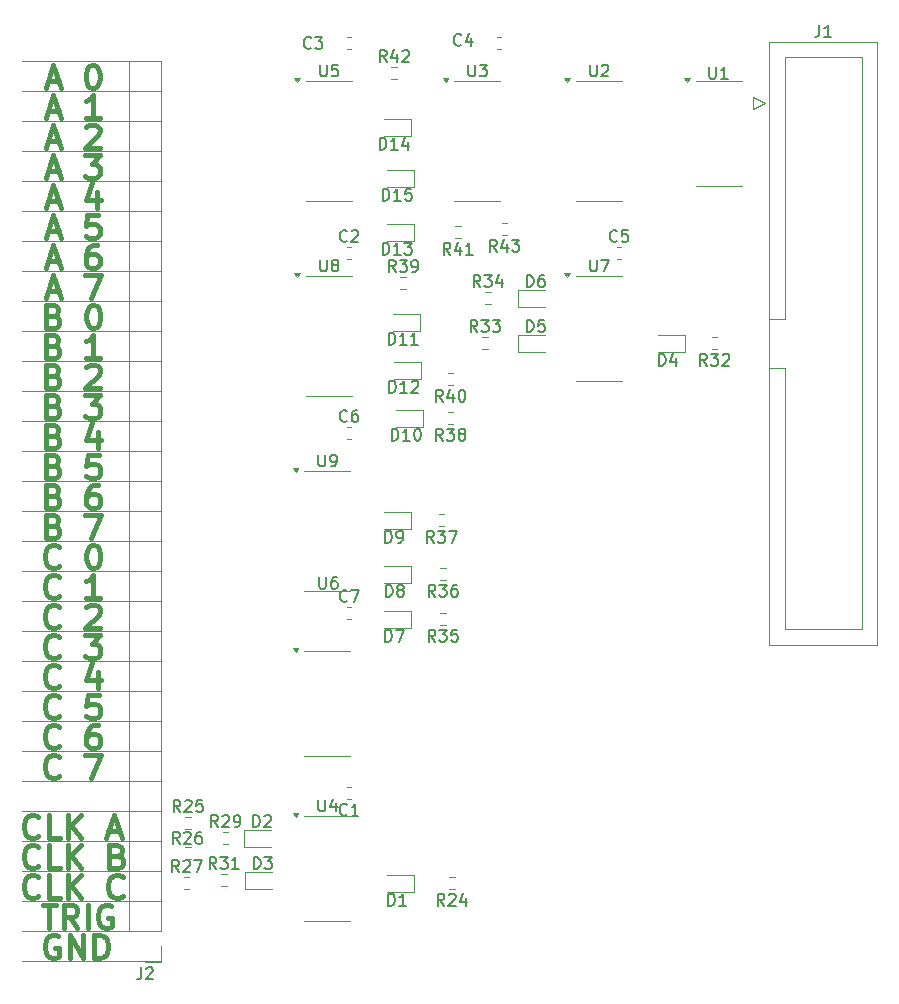
<source format=gbr>
%TF.GenerationSoftware,KiCad,Pcbnew,8.0.6-1.fc41*%
%TF.CreationDate,2024-12-08T17:17:20+02:00*%
%TF.ProjectId,logicanalyzer,6c6f6769-6361-46e6-916c-797a65722e6b,rev?*%
%TF.SameCoordinates,Original*%
%TF.FileFunction,Legend,Top*%
%TF.FilePolarity,Positive*%
%FSLAX46Y46*%
G04 Gerber Fmt 4.6, Leading zero omitted, Abs format (unit mm)*
G04 Created by KiCad (PCBNEW 8.0.6-1.fc41) date 2024-12-08 17:17:20*
%MOMM*%
%LPD*%
G01*
G04 APERTURE LIST*
%ADD10C,0.100000*%
%ADD11C,0.400000*%
%ADD12C,0.150000*%
%ADD13C,0.120000*%
G04 APERTURE END LIST*
D10*
X56896000Y-98044000D02*
X45212000Y-98044000D01*
X56896000Y-113284000D02*
X45212000Y-113284000D01*
X56896000Y-67564000D02*
X45212000Y-67564000D01*
X56896000Y-123444000D02*
X45212000Y-123444000D01*
X56896000Y-54864000D02*
X45212000Y-54864000D01*
X56896000Y-90424000D02*
X45212000Y-90424000D01*
X56896000Y-72644000D02*
X45466000Y-72644000D01*
X56896000Y-59944000D02*
X45212000Y-59944000D01*
X56896000Y-110744000D02*
X45212000Y-110744000D01*
X56896000Y-57404000D02*
X45212000Y-57404000D01*
X54356000Y-52324000D02*
X45212000Y-52324000D01*
X56896000Y-108204000D02*
X45212000Y-108204000D01*
X56896000Y-120904000D02*
X45212000Y-120904000D01*
X56896000Y-70104000D02*
X45212000Y-70104000D01*
X56896000Y-128524000D02*
X45212000Y-128524000D01*
X56896000Y-87884000D02*
X45212000Y-87884000D01*
X56896000Y-115824000D02*
X45212000Y-115824000D01*
X56896000Y-95504000D02*
X45212000Y-95504000D01*
X56896000Y-80264000D02*
X45212000Y-80264000D01*
X56896000Y-65024000D02*
X45212000Y-65024000D01*
X56896000Y-100584000D02*
X45212000Y-100584000D01*
X56896000Y-103124000D02*
X45212000Y-103124000D01*
X56896000Y-77724000D02*
X45212000Y-77724000D01*
X56896000Y-75184000D02*
X45212000Y-75184000D01*
X45466000Y-72644000D02*
X45212000Y-72644000D01*
X45466000Y-82804000D02*
X45212000Y-82804000D01*
X56896000Y-62484000D02*
X45212000Y-62484000D01*
X56896000Y-82804000D02*
X45466000Y-82804000D01*
X56896000Y-92964000D02*
X45212000Y-92964000D01*
X55626000Y-125984000D02*
X45212000Y-125984000D01*
X56896000Y-85344000D02*
X45212000Y-85344000D01*
X56896000Y-105664000D02*
X45212000Y-105664000D01*
X56896000Y-118364000D02*
X45212000Y-118364000D01*
D11*
X47380109Y-69267009D02*
X48332490Y-69267009D01*
X47189633Y-69838438D02*
X47856299Y-67838438D01*
X47856299Y-67838438D02*
X48522966Y-69838438D01*
X51570586Y-67838438D02*
X51189633Y-67838438D01*
X51189633Y-67838438D02*
X50999157Y-67933676D01*
X50999157Y-67933676D02*
X50903919Y-68028914D01*
X50903919Y-68028914D02*
X50713443Y-68314628D01*
X50713443Y-68314628D02*
X50618205Y-68695580D01*
X50618205Y-68695580D02*
X50618205Y-69457485D01*
X50618205Y-69457485D02*
X50713443Y-69647961D01*
X50713443Y-69647961D02*
X50808681Y-69743200D01*
X50808681Y-69743200D02*
X50999157Y-69838438D01*
X50999157Y-69838438D02*
X51380110Y-69838438D01*
X51380110Y-69838438D02*
X51570586Y-69743200D01*
X51570586Y-69743200D02*
X51665824Y-69647961D01*
X51665824Y-69647961D02*
X51761062Y-69457485D01*
X51761062Y-69457485D02*
X51761062Y-68981295D01*
X51761062Y-68981295D02*
X51665824Y-68790819D01*
X51665824Y-68790819D02*
X51570586Y-68695580D01*
X51570586Y-68695580D02*
X51380110Y-68600342D01*
X51380110Y-68600342D02*
X50999157Y-68600342D01*
X50999157Y-68600342D02*
X50808681Y-68695580D01*
X50808681Y-68695580D02*
X50713443Y-68790819D01*
X50713443Y-68790819D02*
X50618205Y-68981295D01*
X48364204Y-100127961D02*
X48268966Y-100223200D01*
X48268966Y-100223200D02*
X47983252Y-100318438D01*
X47983252Y-100318438D02*
X47792776Y-100318438D01*
X47792776Y-100318438D02*
X47507061Y-100223200D01*
X47507061Y-100223200D02*
X47316585Y-100032723D01*
X47316585Y-100032723D02*
X47221347Y-99842247D01*
X47221347Y-99842247D02*
X47126109Y-99461295D01*
X47126109Y-99461295D02*
X47126109Y-99175580D01*
X47126109Y-99175580D02*
X47221347Y-98794628D01*
X47221347Y-98794628D02*
X47316585Y-98604152D01*
X47316585Y-98604152D02*
X47507061Y-98413676D01*
X47507061Y-98413676D02*
X47792776Y-98318438D01*
X47792776Y-98318438D02*
X47983252Y-98318438D01*
X47983252Y-98318438D02*
X48268966Y-98413676D01*
X48268966Y-98413676D02*
X48364204Y-98508914D01*
X50649919Y-98508914D02*
X50745157Y-98413676D01*
X50745157Y-98413676D02*
X50935633Y-98318438D01*
X50935633Y-98318438D02*
X51411824Y-98318438D01*
X51411824Y-98318438D02*
X51602300Y-98413676D01*
X51602300Y-98413676D02*
X51697538Y-98508914D01*
X51697538Y-98508914D02*
X51792776Y-98699390D01*
X51792776Y-98699390D02*
X51792776Y-98889866D01*
X51792776Y-98889866D02*
X51697538Y-99175580D01*
X51697538Y-99175580D02*
X50554681Y-100318438D01*
X50554681Y-100318438D02*
X51792776Y-100318438D01*
X47888014Y-91650819D02*
X48173728Y-91746057D01*
X48173728Y-91746057D02*
X48268966Y-91841295D01*
X48268966Y-91841295D02*
X48364204Y-92031771D01*
X48364204Y-92031771D02*
X48364204Y-92317485D01*
X48364204Y-92317485D02*
X48268966Y-92507961D01*
X48268966Y-92507961D02*
X48173728Y-92603200D01*
X48173728Y-92603200D02*
X47983252Y-92698438D01*
X47983252Y-92698438D02*
X47221347Y-92698438D01*
X47221347Y-92698438D02*
X47221347Y-90698438D01*
X47221347Y-90698438D02*
X47888014Y-90698438D01*
X47888014Y-90698438D02*
X48078490Y-90793676D01*
X48078490Y-90793676D02*
X48173728Y-90888914D01*
X48173728Y-90888914D02*
X48268966Y-91079390D01*
X48268966Y-91079390D02*
X48268966Y-91269866D01*
X48268966Y-91269866D02*
X48173728Y-91460342D01*
X48173728Y-91460342D02*
X48078490Y-91555580D01*
X48078490Y-91555580D02*
X47888014Y-91650819D01*
X47888014Y-91650819D02*
X47221347Y-91650819D01*
X50554681Y-90698438D02*
X51888014Y-90698438D01*
X51888014Y-90698438D02*
X51030871Y-92698438D01*
X47888014Y-84030819D02*
X48173728Y-84126057D01*
X48173728Y-84126057D02*
X48268966Y-84221295D01*
X48268966Y-84221295D02*
X48364204Y-84411771D01*
X48364204Y-84411771D02*
X48364204Y-84697485D01*
X48364204Y-84697485D02*
X48268966Y-84887961D01*
X48268966Y-84887961D02*
X48173728Y-84983200D01*
X48173728Y-84983200D02*
X47983252Y-85078438D01*
X47983252Y-85078438D02*
X47221347Y-85078438D01*
X47221347Y-85078438D02*
X47221347Y-83078438D01*
X47221347Y-83078438D02*
X47888014Y-83078438D01*
X47888014Y-83078438D02*
X48078490Y-83173676D01*
X48078490Y-83173676D02*
X48173728Y-83268914D01*
X48173728Y-83268914D02*
X48268966Y-83459390D01*
X48268966Y-83459390D02*
X48268966Y-83649866D01*
X48268966Y-83649866D02*
X48173728Y-83840342D01*
X48173728Y-83840342D02*
X48078490Y-83935580D01*
X48078490Y-83935580D02*
X47888014Y-84030819D01*
X47888014Y-84030819D02*
X47221347Y-84030819D01*
X51602300Y-83745104D02*
X51602300Y-85078438D01*
X51126109Y-82983200D02*
X50649919Y-84411771D01*
X50649919Y-84411771D02*
X51888014Y-84411771D01*
X47380109Y-54027009D02*
X48332490Y-54027009D01*
X47189633Y-54598438D02*
X47856299Y-52598438D01*
X47856299Y-52598438D02*
X48522966Y-54598438D01*
X51094395Y-52598438D02*
X51284872Y-52598438D01*
X51284872Y-52598438D02*
X51475348Y-52693676D01*
X51475348Y-52693676D02*
X51570586Y-52788914D01*
X51570586Y-52788914D02*
X51665824Y-52979390D01*
X51665824Y-52979390D02*
X51761062Y-53360342D01*
X51761062Y-53360342D02*
X51761062Y-53836533D01*
X51761062Y-53836533D02*
X51665824Y-54217485D01*
X51665824Y-54217485D02*
X51570586Y-54407961D01*
X51570586Y-54407961D02*
X51475348Y-54503200D01*
X51475348Y-54503200D02*
X51284872Y-54598438D01*
X51284872Y-54598438D02*
X51094395Y-54598438D01*
X51094395Y-54598438D02*
X50903919Y-54503200D01*
X50903919Y-54503200D02*
X50808681Y-54407961D01*
X50808681Y-54407961D02*
X50713443Y-54217485D01*
X50713443Y-54217485D02*
X50618205Y-53836533D01*
X50618205Y-53836533D02*
X50618205Y-53360342D01*
X50618205Y-53360342D02*
X50713443Y-52979390D01*
X50713443Y-52979390D02*
X50808681Y-52788914D01*
X50808681Y-52788914D02*
X50903919Y-52693676D01*
X50903919Y-52693676D02*
X51094395Y-52598438D01*
X48364204Y-112827961D02*
X48268966Y-112923200D01*
X48268966Y-112923200D02*
X47983252Y-113018438D01*
X47983252Y-113018438D02*
X47792776Y-113018438D01*
X47792776Y-113018438D02*
X47507061Y-112923200D01*
X47507061Y-112923200D02*
X47316585Y-112732723D01*
X47316585Y-112732723D02*
X47221347Y-112542247D01*
X47221347Y-112542247D02*
X47126109Y-112161295D01*
X47126109Y-112161295D02*
X47126109Y-111875580D01*
X47126109Y-111875580D02*
X47221347Y-111494628D01*
X47221347Y-111494628D02*
X47316585Y-111304152D01*
X47316585Y-111304152D02*
X47507061Y-111113676D01*
X47507061Y-111113676D02*
X47792776Y-111018438D01*
X47792776Y-111018438D02*
X47983252Y-111018438D01*
X47983252Y-111018438D02*
X48268966Y-111113676D01*
X48268966Y-111113676D02*
X48364204Y-111208914D01*
X50554681Y-111018438D02*
X51888014Y-111018438D01*
X51888014Y-111018438D02*
X51030871Y-113018438D01*
X48364204Y-97587961D02*
X48268966Y-97683200D01*
X48268966Y-97683200D02*
X47983252Y-97778438D01*
X47983252Y-97778438D02*
X47792776Y-97778438D01*
X47792776Y-97778438D02*
X47507061Y-97683200D01*
X47507061Y-97683200D02*
X47316585Y-97492723D01*
X47316585Y-97492723D02*
X47221347Y-97302247D01*
X47221347Y-97302247D02*
X47126109Y-96921295D01*
X47126109Y-96921295D02*
X47126109Y-96635580D01*
X47126109Y-96635580D02*
X47221347Y-96254628D01*
X47221347Y-96254628D02*
X47316585Y-96064152D01*
X47316585Y-96064152D02*
X47507061Y-95873676D01*
X47507061Y-95873676D02*
X47792776Y-95778438D01*
X47792776Y-95778438D02*
X47983252Y-95778438D01*
X47983252Y-95778438D02*
X48268966Y-95873676D01*
X48268966Y-95873676D02*
X48364204Y-95968914D01*
X51792776Y-97778438D02*
X50649919Y-97778438D01*
X51221347Y-97778438D02*
X51221347Y-95778438D01*
X51221347Y-95778438D02*
X51030871Y-96064152D01*
X51030871Y-96064152D02*
X50840395Y-96254628D01*
X50840395Y-96254628D02*
X50649919Y-96349866D01*
X47888014Y-76410819D02*
X48173728Y-76506057D01*
X48173728Y-76506057D02*
X48268966Y-76601295D01*
X48268966Y-76601295D02*
X48364204Y-76791771D01*
X48364204Y-76791771D02*
X48364204Y-77077485D01*
X48364204Y-77077485D02*
X48268966Y-77267961D01*
X48268966Y-77267961D02*
X48173728Y-77363200D01*
X48173728Y-77363200D02*
X47983252Y-77458438D01*
X47983252Y-77458438D02*
X47221347Y-77458438D01*
X47221347Y-77458438D02*
X47221347Y-75458438D01*
X47221347Y-75458438D02*
X47888014Y-75458438D01*
X47888014Y-75458438D02*
X48078490Y-75553676D01*
X48078490Y-75553676D02*
X48173728Y-75648914D01*
X48173728Y-75648914D02*
X48268966Y-75839390D01*
X48268966Y-75839390D02*
X48268966Y-76029866D01*
X48268966Y-76029866D02*
X48173728Y-76220342D01*
X48173728Y-76220342D02*
X48078490Y-76315580D01*
X48078490Y-76315580D02*
X47888014Y-76410819D01*
X47888014Y-76410819D02*
X47221347Y-76410819D01*
X51792776Y-77458438D02*
X50649919Y-77458438D01*
X51221347Y-77458438D02*
X51221347Y-75458438D01*
X51221347Y-75458438D02*
X51030871Y-75744152D01*
X51030871Y-75744152D02*
X50840395Y-75934628D01*
X50840395Y-75934628D02*
X50649919Y-76029866D01*
X47888014Y-86570819D02*
X48173728Y-86666057D01*
X48173728Y-86666057D02*
X48268966Y-86761295D01*
X48268966Y-86761295D02*
X48364204Y-86951771D01*
X48364204Y-86951771D02*
X48364204Y-87237485D01*
X48364204Y-87237485D02*
X48268966Y-87427961D01*
X48268966Y-87427961D02*
X48173728Y-87523200D01*
X48173728Y-87523200D02*
X47983252Y-87618438D01*
X47983252Y-87618438D02*
X47221347Y-87618438D01*
X47221347Y-87618438D02*
X47221347Y-85618438D01*
X47221347Y-85618438D02*
X47888014Y-85618438D01*
X47888014Y-85618438D02*
X48078490Y-85713676D01*
X48078490Y-85713676D02*
X48173728Y-85808914D01*
X48173728Y-85808914D02*
X48268966Y-85999390D01*
X48268966Y-85999390D02*
X48268966Y-86189866D01*
X48268966Y-86189866D02*
X48173728Y-86380342D01*
X48173728Y-86380342D02*
X48078490Y-86475580D01*
X48078490Y-86475580D02*
X47888014Y-86570819D01*
X47888014Y-86570819D02*
X47221347Y-86570819D01*
X51697538Y-85618438D02*
X50745157Y-85618438D01*
X50745157Y-85618438D02*
X50649919Y-86570819D01*
X50649919Y-86570819D02*
X50745157Y-86475580D01*
X50745157Y-86475580D02*
X50935633Y-86380342D01*
X50935633Y-86380342D02*
X51411824Y-86380342D01*
X51411824Y-86380342D02*
X51602300Y-86475580D01*
X51602300Y-86475580D02*
X51697538Y-86570819D01*
X51697538Y-86570819D02*
X51792776Y-86761295D01*
X51792776Y-86761295D02*
X51792776Y-87237485D01*
X51792776Y-87237485D02*
X51697538Y-87427961D01*
X51697538Y-87427961D02*
X51602300Y-87523200D01*
X51602300Y-87523200D02*
X51411824Y-87618438D01*
X51411824Y-87618438D02*
X50935633Y-87618438D01*
X50935633Y-87618438D02*
X50745157Y-87523200D01*
X50745157Y-87523200D02*
X50649919Y-87427961D01*
X46935633Y-123718438D02*
X48078490Y-123718438D01*
X47507061Y-125718438D02*
X47507061Y-123718438D01*
X49888014Y-125718438D02*
X49221347Y-124766057D01*
X48745157Y-125718438D02*
X48745157Y-123718438D01*
X48745157Y-123718438D02*
X49507062Y-123718438D01*
X49507062Y-123718438D02*
X49697538Y-123813676D01*
X49697538Y-123813676D02*
X49792776Y-123908914D01*
X49792776Y-123908914D02*
X49888014Y-124099390D01*
X49888014Y-124099390D02*
X49888014Y-124385104D01*
X49888014Y-124385104D02*
X49792776Y-124575580D01*
X49792776Y-124575580D02*
X49697538Y-124670819D01*
X49697538Y-124670819D02*
X49507062Y-124766057D01*
X49507062Y-124766057D02*
X48745157Y-124766057D01*
X50745157Y-125718438D02*
X50745157Y-123718438D01*
X52745157Y-123813676D02*
X52554681Y-123718438D01*
X52554681Y-123718438D02*
X52268967Y-123718438D01*
X52268967Y-123718438D02*
X51983252Y-123813676D01*
X51983252Y-123813676D02*
X51792776Y-124004152D01*
X51792776Y-124004152D02*
X51697538Y-124194628D01*
X51697538Y-124194628D02*
X51602300Y-124575580D01*
X51602300Y-124575580D02*
X51602300Y-124861295D01*
X51602300Y-124861295D02*
X51697538Y-125242247D01*
X51697538Y-125242247D02*
X51792776Y-125432723D01*
X51792776Y-125432723D02*
X51983252Y-125623200D01*
X51983252Y-125623200D02*
X52268967Y-125718438D01*
X52268967Y-125718438D02*
X52459443Y-125718438D01*
X52459443Y-125718438D02*
X52745157Y-125623200D01*
X52745157Y-125623200D02*
X52840395Y-125527961D01*
X52840395Y-125527961D02*
X52840395Y-124861295D01*
X52840395Y-124861295D02*
X52459443Y-124861295D01*
X47888014Y-78950819D02*
X48173728Y-79046057D01*
X48173728Y-79046057D02*
X48268966Y-79141295D01*
X48268966Y-79141295D02*
X48364204Y-79331771D01*
X48364204Y-79331771D02*
X48364204Y-79617485D01*
X48364204Y-79617485D02*
X48268966Y-79807961D01*
X48268966Y-79807961D02*
X48173728Y-79903200D01*
X48173728Y-79903200D02*
X47983252Y-79998438D01*
X47983252Y-79998438D02*
X47221347Y-79998438D01*
X47221347Y-79998438D02*
X47221347Y-77998438D01*
X47221347Y-77998438D02*
X47888014Y-77998438D01*
X47888014Y-77998438D02*
X48078490Y-78093676D01*
X48078490Y-78093676D02*
X48173728Y-78188914D01*
X48173728Y-78188914D02*
X48268966Y-78379390D01*
X48268966Y-78379390D02*
X48268966Y-78569866D01*
X48268966Y-78569866D02*
X48173728Y-78760342D01*
X48173728Y-78760342D02*
X48078490Y-78855580D01*
X48078490Y-78855580D02*
X47888014Y-78950819D01*
X47888014Y-78950819D02*
X47221347Y-78950819D01*
X50649919Y-78188914D02*
X50745157Y-78093676D01*
X50745157Y-78093676D02*
X50935633Y-77998438D01*
X50935633Y-77998438D02*
X51411824Y-77998438D01*
X51411824Y-77998438D02*
X51602300Y-78093676D01*
X51602300Y-78093676D02*
X51697538Y-78188914D01*
X51697538Y-78188914D02*
X51792776Y-78379390D01*
X51792776Y-78379390D02*
X51792776Y-78569866D01*
X51792776Y-78569866D02*
X51697538Y-78855580D01*
X51697538Y-78855580D02*
X50554681Y-79998438D01*
X50554681Y-79998438D02*
X51792776Y-79998438D01*
X47380109Y-71807009D02*
X48332490Y-71807009D01*
X47189633Y-72378438D02*
X47856299Y-70378438D01*
X47856299Y-70378438D02*
X48522966Y-72378438D01*
X50522967Y-70378438D02*
X51856300Y-70378438D01*
X51856300Y-70378438D02*
X50999157Y-72378438D01*
X48364204Y-102667961D02*
X48268966Y-102763200D01*
X48268966Y-102763200D02*
X47983252Y-102858438D01*
X47983252Y-102858438D02*
X47792776Y-102858438D01*
X47792776Y-102858438D02*
X47507061Y-102763200D01*
X47507061Y-102763200D02*
X47316585Y-102572723D01*
X47316585Y-102572723D02*
X47221347Y-102382247D01*
X47221347Y-102382247D02*
X47126109Y-102001295D01*
X47126109Y-102001295D02*
X47126109Y-101715580D01*
X47126109Y-101715580D02*
X47221347Y-101334628D01*
X47221347Y-101334628D02*
X47316585Y-101144152D01*
X47316585Y-101144152D02*
X47507061Y-100953676D01*
X47507061Y-100953676D02*
X47792776Y-100858438D01*
X47792776Y-100858438D02*
X47983252Y-100858438D01*
X47983252Y-100858438D02*
X48268966Y-100953676D01*
X48268966Y-100953676D02*
X48364204Y-101048914D01*
X50554681Y-100858438D02*
X51792776Y-100858438D01*
X51792776Y-100858438D02*
X51126109Y-101620342D01*
X51126109Y-101620342D02*
X51411824Y-101620342D01*
X51411824Y-101620342D02*
X51602300Y-101715580D01*
X51602300Y-101715580D02*
X51697538Y-101810819D01*
X51697538Y-101810819D02*
X51792776Y-102001295D01*
X51792776Y-102001295D02*
X51792776Y-102477485D01*
X51792776Y-102477485D02*
X51697538Y-102667961D01*
X51697538Y-102667961D02*
X51602300Y-102763200D01*
X51602300Y-102763200D02*
X51411824Y-102858438D01*
X51411824Y-102858438D02*
X50840395Y-102858438D01*
X50840395Y-102858438D02*
X50649919Y-102763200D01*
X50649919Y-102763200D02*
X50554681Y-102667961D01*
X47380109Y-56567009D02*
X48332490Y-56567009D01*
X47189633Y-57138438D02*
X47856299Y-55138438D01*
X47856299Y-55138438D02*
X48522966Y-57138438D01*
X51761062Y-57138438D02*
X50618205Y-57138438D01*
X51189633Y-57138438D02*
X51189633Y-55138438D01*
X51189633Y-55138438D02*
X50999157Y-55424152D01*
X50999157Y-55424152D02*
X50808681Y-55614628D01*
X50808681Y-55614628D02*
X50618205Y-55709866D01*
X47380109Y-66727009D02*
X48332490Y-66727009D01*
X47189633Y-67298438D02*
X47856299Y-65298438D01*
X47856299Y-65298438D02*
X48522966Y-67298438D01*
X51665824Y-65298438D02*
X50713443Y-65298438D01*
X50713443Y-65298438D02*
X50618205Y-66250819D01*
X50618205Y-66250819D02*
X50713443Y-66155580D01*
X50713443Y-66155580D02*
X50903919Y-66060342D01*
X50903919Y-66060342D02*
X51380110Y-66060342D01*
X51380110Y-66060342D02*
X51570586Y-66155580D01*
X51570586Y-66155580D02*
X51665824Y-66250819D01*
X51665824Y-66250819D02*
X51761062Y-66441295D01*
X51761062Y-66441295D02*
X51761062Y-66917485D01*
X51761062Y-66917485D02*
X51665824Y-67107961D01*
X51665824Y-67107961D02*
X51570586Y-67203200D01*
X51570586Y-67203200D02*
X51380110Y-67298438D01*
X51380110Y-67298438D02*
X50903919Y-67298438D01*
X50903919Y-67298438D02*
X50713443Y-67203200D01*
X50713443Y-67203200D02*
X50618205Y-67107961D01*
X48364204Y-105207961D02*
X48268966Y-105303200D01*
X48268966Y-105303200D02*
X47983252Y-105398438D01*
X47983252Y-105398438D02*
X47792776Y-105398438D01*
X47792776Y-105398438D02*
X47507061Y-105303200D01*
X47507061Y-105303200D02*
X47316585Y-105112723D01*
X47316585Y-105112723D02*
X47221347Y-104922247D01*
X47221347Y-104922247D02*
X47126109Y-104541295D01*
X47126109Y-104541295D02*
X47126109Y-104255580D01*
X47126109Y-104255580D02*
X47221347Y-103874628D01*
X47221347Y-103874628D02*
X47316585Y-103684152D01*
X47316585Y-103684152D02*
X47507061Y-103493676D01*
X47507061Y-103493676D02*
X47792776Y-103398438D01*
X47792776Y-103398438D02*
X47983252Y-103398438D01*
X47983252Y-103398438D02*
X48268966Y-103493676D01*
X48268966Y-103493676D02*
X48364204Y-103588914D01*
X51602300Y-104065104D02*
X51602300Y-105398438D01*
X51126109Y-103303200D02*
X50649919Y-104731771D01*
X50649919Y-104731771D02*
X51888014Y-104731771D01*
X47888014Y-81490819D02*
X48173728Y-81586057D01*
X48173728Y-81586057D02*
X48268966Y-81681295D01*
X48268966Y-81681295D02*
X48364204Y-81871771D01*
X48364204Y-81871771D02*
X48364204Y-82157485D01*
X48364204Y-82157485D02*
X48268966Y-82347961D01*
X48268966Y-82347961D02*
X48173728Y-82443200D01*
X48173728Y-82443200D02*
X47983252Y-82538438D01*
X47983252Y-82538438D02*
X47221347Y-82538438D01*
X47221347Y-82538438D02*
X47221347Y-80538438D01*
X47221347Y-80538438D02*
X47888014Y-80538438D01*
X47888014Y-80538438D02*
X48078490Y-80633676D01*
X48078490Y-80633676D02*
X48173728Y-80728914D01*
X48173728Y-80728914D02*
X48268966Y-80919390D01*
X48268966Y-80919390D02*
X48268966Y-81109866D01*
X48268966Y-81109866D02*
X48173728Y-81300342D01*
X48173728Y-81300342D02*
X48078490Y-81395580D01*
X48078490Y-81395580D02*
X47888014Y-81490819D01*
X47888014Y-81490819D02*
X47221347Y-81490819D01*
X50554681Y-80538438D02*
X51792776Y-80538438D01*
X51792776Y-80538438D02*
X51126109Y-81300342D01*
X51126109Y-81300342D02*
X51411824Y-81300342D01*
X51411824Y-81300342D02*
X51602300Y-81395580D01*
X51602300Y-81395580D02*
X51697538Y-81490819D01*
X51697538Y-81490819D02*
X51792776Y-81681295D01*
X51792776Y-81681295D02*
X51792776Y-82157485D01*
X51792776Y-82157485D02*
X51697538Y-82347961D01*
X51697538Y-82347961D02*
X51602300Y-82443200D01*
X51602300Y-82443200D02*
X51411824Y-82538438D01*
X51411824Y-82538438D02*
X50840395Y-82538438D01*
X50840395Y-82538438D02*
X50649919Y-82443200D01*
X50649919Y-82443200D02*
X50554681Y-82347961D01*
X47888014Y-89110819D02*
X48173728Y-89206057D01*
X48173728Y-89206057D02*
X48268966Y-89301295D01*
X48268966Y-89301295D02*
X48364204Y-89491771D01*
X48364204Y-89491771D02*
X48364204Y-89777485D01*
X48364204Y-89777485D02*
X48268966Y-89967961D01*
X48268966Y-89967961D02*
X48173728Y-90063200D01*
X48173728Y-90063200D02*
X47983252Y-90158438D01*
X47983252Y-90158438D02*
X47221347Y-90158438D01*
X47221347Y-90158438D02*
X47221347Y-88158438D01*
X47221347Y-88158438D02*
X47888014Y-88158438D01*
X47888014Y-88158438D02*
X48078490Y-88253676D01*
X48078490Y-88253676D02*
X48173728Y-88348914D01*
X48173728Y-88348914D02*
X48268966Y-88539390D01*
X48268966Y-88539390D02*
X48268966Y-88729866D01*
X48268966Y-88729866D02*
X48173728Y-88920342D01*
X48173728Y-88920342D02*
X48078490Y-89015580D01*
X48078490Y-89015580D02*
X47888014Y-89110819D01*
X47888014Y-89110819D02*
X47221347Y-89110819D01*
X51602300Y-88158438D02*
X51221347Y-88158438D01*
X51221347Y-88158438D02*
X51030871Y-88253676D01*
X51030871Y-88253676D02*
X50935633Y-88348914D01*
X50935633Y-88348914D02*
X50745157Y-88634628D01*
X50745157Y-88634628D02*
X50649919Y-89015580D01*
X50649919Y-89015580D02*
X50649919Y-89777485D01*
X50649919Y-89777485D02*
X50745157Y-89967961D01*
X50745157Y-89967961D02*
X50840395Y-90063200D01*
X50840395Y-90063200D02*
X51030871Y-90158438D01*
X51030871Y-90158438D02*
X51411824Y-90158438D01*
X51411824Y-90158438D02*
X51602300Y-90063200D01*
X51602300Y-90063200D02*
X51697538Y-89967961D01*
X51697538Y-89967961D02*
X51792776Y-89777485D01*
X51792776Y-89777485D02*
X51792776Y-89301295D01*
X51792776Y-89301295D02*
X51697538Y-89110819D01*
X51697538Y-89110819D02*
X51602300Y-89015580D01*
X51602300Y-89015580D02*
X51411824Y-88920342D01*
X51411824Y-88920342D02*
X51030871Y-88920342D01*
X51030871Y-88920342D02*
X50840395Y-89015580D01*
X50840395Y-89015580D02*
X50745157Y-89110819D01*
X50745157Y-89110819D02*
X50649919Y-89301295D01*
X48364204Y-95047961D02*
X48268966Y-95143200D01*
X48268966Y-95143200D02*
X47983252Y-95238438D01*
X47983252Y-95238438D02*
X47792776Y-95238438D01*
X47792776Y-95238438D02*
X47507061Y-95143200D01*
X47507061Y-95143200D02*
X47316585Y-94952723D01*
X47316585Y-94952723D02*
X47221347Y-94762247D01*
X47221347Y-94762247D02*
X47126109Y-94381295D01*
X47126109Y-94381295D02*
X47126109Y-94095580D01*
X47126109Y-94095580D02*
X47221347Y-93714628D01*
X47221347Y-93714628D02*
X47316585Y-93524152D01*
X47316585Y-93524152D02*
X47507061Y-93333676D01*
X47507061Y-93333676D02*
X47792776Y-93238438D01*
X47792776Y-93238438D02*
X47983252Y-93238438D01*
X47983252Y-93238438D02*
X48268966Y-93333676D01*
X48268966Y-93333676D02*
X48364204Y-93428914D01*
X51126109Y-93238438D02*
X51316586Y-93238438D01*
X51316586Y-93238438D02*
X51507062Y-93333676D01*
X51507062Y-93333676D02*
X51602300Y-93428914D01*
X51602300Y-93428914D02*
X51697538Y-93619390D01*
X51697538Y-93619390D02*
X51792776Y-94000342D01*
X51792776Y-94000342D02*
X51792776Y-94476533D01*
X51792776Y-94476533D02*
X51697538Y-94857485D01*
X51697538Y-94857485D02*
X51602300Y-95047961D01*
X51602300Y-95047961D02*
X51507062Y-95143200D01*
X51507062Y-95143200D02*
X51316586Y-95238438D01*
X51316586Y-95238438D02*
X51126109Y-95238438D01*
X51126109Y-95238438D02*
X50935633Y-95143200D01*
X50935633Y-95143200D02*
X50840395Y-95047961D01*
X50840395Y-95047961D02*
X50745157Y-94857485D01*
X50745157Y-94857485D02*
X50649919Y-94476533D01*
X50649919Y-94476533D02*
X50649919Y-94000342D01*
X50649919Y-94000342D02*
X50745157Y-93619390D01*
X50745157Y-93619390D02*
X50840395Y-93428914D01*
X50840395Y-93428914D02*
X50935633Y-93333676D01*
X50935633Y-93333676D02*
X51126109Y-93238438D01*
X48268966Y-126353676D02*
X48078490Y-126258438D01*
X48078490Y-126258438D02*
X47792776Y-126258438D01*
X47792776Y-126258438D02*
X47507061Y-126353676D01*
X47507061Y-126353676D02*
X47316585Y-126544152D01*
X47316585Y-126544152D02*
X47221347Y-126734628D01*
X47221347Y-126734628D02*
X47126109Y-127115580D01*
X47126109Y-127115580D02*
X47126109Y-127401295D01*
X47126109Y-127401295D02*
X47221347Y-127782247D01*
X47221347Y-127782247D02*
X47316585Y-127972723D01*
X47316585Y-127972723D02*
X47507061Y-128163200D01*
X47507061Y-128163200D02*
X47792776Y-128258438D01*
X47792776Y-128258438D02*
X47983252Y-128258438D01*
X47983252Y-128258438D02*
X48268966Y-128163200D01*
X48268966Y-128163200D02*
X48364204Y-128067961D01*
X48364204Y-128067961D02*
X48364204Y-127401295D01*
X48364204Y-127401295D02*
X47983252Y-127401295D01*
X49221347Y-128258438D02*
X49221347Y-126258438D01*
X49221347Y-126258438D02*
X50364204Y-128258438D01*
X50364204Y-128258438D02*
X50364204Y-126258438D01*
X51316585Y-128258438D02*
X51316585Y-126258438D01*
X51316585Y-126258438D02*
X51792775Y-126258438D01*
X51792775Y-126258438D02*
X52078490Y-126353676D01*
X52078490Y-126353676D02*
X52268966Y-126544152D01*
X52268966Y-126544152D02*
X52364204Y-126734628D01*
X52364204Y-126734628D02*
X52459442Y-127115580D01*
X52459442Y-127115580D02*
X52459442Y-127401295D01*
X52459442Y-127401295D02*
X52364204Y-127782247D01*
X52364204Y-127782247D02*
X52268966Y-127972723D01*
X52268966Y-127972723D02*
X52078490Y-128163200D01*
X52078490Y-128163200D02*
X51792775Y-128258438D01*
X51792775Y-128258438D02*
X51316585Y-128258438D01*
X47888014Y-73870819D02*
X48173728Y-73966057D01*
X48173728Y-73966057D02*
X48268966Y-74061295D01*
X48268966Y-74061295D02*
X48364204Y-74251771D01*
X48364204Y-74251771D02*
X48364204Y-74537485D01*
X48364204Y-74537485D02*
X48268966Y-74727961D01*
X48268966Y-74727961D02*
X48173728Y-74823200D01*
X48173728Y-74823200D02*
X47983252Y-74918438D01*
X47983252Y-74918438D02*
X47221347Y-74918438D01*
X47221347Y-74918438D02*
X47221347Y-72918438D01*
X47221347Y-72918438D02*
X47888014Y-72918438D01*
X47888014Y-72918438D02*
X48078490Y-73013676D01*
X48078490Y-73013676D02*
X48173728Y-73108914D01*
X48173728Y-73108914D02*
X48268966Y-73299390D01*
X48268966Y-73299390D02*
X48268966Y-73489866D01*
X48268966Y-73489866D02*
X48173728Y-73680342D01*
X48173728Y-73680342D02*
X48078490Y-73775580D01*
X48078490Y-73775580D02*
X47888014Y-73870819D01*
X47888014Y-73870819D02*
X47221347Y-73870819D01*
X51126109Y-72918438D02*
X51316586Y-72918438D01*
X51316586Y-72918438D02*
X51507062Y-73013676D01*
X51507062Y-73013676D02*
X51602300Y-73108914D01*
X51602300Y-73108914D02*
X51697538Y-73299390D01*
X51697538Y-73299390D02*
X51792776Y-73680342D01*
X51792776Y-73680342D02*
X51792776Y-74156533D01*
X51792776Y-74156533D02*
X51697538Y-74537485D01*
X51697538Y-74537485D02*
X51602300Y-74727961D01*
X51602300Y-74727961D02*
X51507062Y-74823200D01*
X51507062Y-74823200D02*
X51316586Y-74918438D01*
X51316586Y-74918438D02*
X51126109Y-74918438D01*
X51126109Y-74918438D02*
X50935633Y-74823200D01*
X50935633Y-74823200D02*
X50840395Y-74727961D01*
X50840395Y-74727961D02*
X50745157Y-74537485D01*
X50745157Y-74537485D02*
X50649919Y-74156533D01*
X50649919Y-74156533D02*
X50649919Y-73680342D01*
X50649919Y-73680342D02*
X50745157Y-73299390D01*
X50745157Y-73299390D02*
X50840395Y-73108914D01*
X50840395Y-73108914D02*
X50935633Y-73013676D01*
X50935633Y-73013676D02*
X51126109Y-72918438D01*
X46586204Y-120447961D02*
X46490966Y-120543200D01*
X46490966Y-120543200D02*
X46205252Y-120638438D01*
X46205252Y-120638438D02*
X46014776Y-120638438D01*
X46014776Y-120638438D02*
X45729061Y-120543200D01*
X45729061Y-120543200D02*
X45538585Y-120352723D01*
X45538585Y-120352723D02*
X45443347Y-120162247D01*
X45443347Y-120162247D02*
X45348109Y-119781295D01*
X45348109Y-119781295D02*
X45348109Y-119495580D01*
X45348109Y-119495580D02*
X45443347Y-119114628D01*
X45443347Y-119114628D02*
X45538585Y-118924152D01*
X45538585Y-118924152D02*
X45729061Y-118733676D01*
X45729061Y-118733676D02*
X46014776Y-118638438D01*
X46014776Y-118638438D02*
X46205252Y-118638438D01*
X46205252Y-118638438D02*
X46490966Y-118733676D01*
X46490966Y-118733676D02*
X46586204Y-118828914D01*
X48395728Y-120638438D02*
X47443347Y-120638438D01*
X47443347Y-120638438D02*
X47443347Y-118638438D01*
X49062395Y-120638438D02*
X49062395Y-118638438D01*
X50205252Y-120638438D02*
X49348109Y-119495580D01*
X50205252Y-118638438D02*
X49062395Y-119781295D01*
X53252872Y-119590819D02*
X53538586Y-119686057D01*
X53538586Y-119686057D02*
X53633824Y-119781295D01*
X53633824Y-119781295D02*
X53729062Y-119971771D01*
X53729062Y-119971771D02*
X53729062Y-120257485D01*
X53729062Y-120257485D02*
X53633824Y-120447961D01*
X53633824Y-120447961D02*
X53538586Y-120543200D01*
X53538586Y-120543200D02*
X53348110Y-120638438D01*
X53348110Y-120638438D02*
X52586205Y-120638438D01*
X52586205Y-120638438D02*
X52586205Y-118638438D01*
X52586205Y-118638438D02*
X53252872Y-118638438D01*
X53252872Y-118638438D02*
X53443348Y-118733676D01*
X53443348Y-118733676D02*
X53538586Y-118828914D01*
X53538586Y-118828914D02*
X53633824Y-119019390D01*
X53633824Y-119019390D02*
X53633824Y-119209866D01*
X53633824Y-119209866D02*
X53538586Y-119400342D01*
X53538586Y-119400342D02*
X53443348Y-119495580D01*
X53443348Y-119495580D02*
X53252872Y-119590819D01*
X53252872Y-119590819D02*
X52586205Y-119590819D01*
X48364204Y-107747961D02*
X48268966Y-107843200D01*
X48268966Y-107843200D02*
X47983252Y-107938438D01*
X47983252Y-107938438D02*
X47792776Y-107938438D01*
X47792776Y-107938438D02*
X47507061Y-107843200D01*
X47507061Y-107843200D02*
X47316585Y-107652723D01*
X47316585Y-107652723D02*
X47221347Y-107462247D01*
X47221347Y-107462247D02*
X47126109Y-107081295D01*
X47126109Y-107081295D02*
X47126109Y-106795580D01*
X47126109Y-106795580D02*
X47221347Y-106414628D01*
X47221347Y-106414628D02*
X47316585Y-106224152D01*
X47316585Y-106224152D02*
X47507061Y-106033676D01*
X47507061Y-106033676D02*
X47792776Y-105938438D01*
X47792776Y-105938438D02*
X47983252Y-105938438D01*
X47983252Y-105938438D02*
X48268966Y-106033676D01*
X48268966Y-106033676D02*
X48364204Y-106128914D01*
X51697538Y-105938438D02*
X50745157Y-105938438D01*
X50745157Y-105938438D02*
X50649919Y-106890819D01*
X50649919Y-106890819D02*
X50745157Y-106795580D01*
X50745157Y-106795580D02*
X50935633Y-106700342D01*
X50935633Y-106700342D02*
X51411824Y-106700342D01*
X51411824Y-106700342D02*
X51602300Y-106795580D01*
X51602300Y-106795580D02*
X51697538Y-106890819D01*
X51697538Y-106890819D02*
X51792776Y-107081295D01*
X51792776Y-107081295D02*
X51792776Y-107557485D01*
X51792776Y-107557485D02*
X51697538Y-107747961D01*
X51697538Y-107747961D02*
X51602300Y-107843200D01*
X51602300Y-107843200D02*
X51411824Y-107938438D01*
X51411824Y-107938438D02*
X50935633Y-107938438D01*
X50935633Y-107938438D02*
X50745157Y-107843200D01*
X50745157Y-107843200D02*
X50649919Y-107747961D01*
X47380109Y-59107009D02*
X48332490Y-59107009D01*
X47189633Y-59678438D02*
X47856299Y-57678438D01*
X47856299Y-57678438D02*
X48522966Y-59678438D01*
X50618205Y-57868914D02*
X50713443Y-57773676D01*
X50713443Y-57773676D02*
X50903919Y-57678438D01*
X50903919Y-57678438D02*
X51380110Y-57678438D01*
X51380110Y-57678438D02*
X51570586Y-57773676D01*
X51570586Y-57773676D02*
X51665824Y-57868914D01*
X51665824Y-57868914D02*
X51761062Y-58059390D01*
X51761062Y-58059390D02*
X51761062Y-58249866D01*
X51761062Y-58249866D02*
X51665824Y-58535580D01*
X51665824Y-58535580D02*
X50522967Y-59678438D01*
X50522967Y-59678438D02*
X51761062Y-59678438D01*
X47380109Y-64187009D02*
X48332490Y-64187009D01*
X47189633Y-64758438D02*
X47856299Y-62758438D01*
X47856299Y-62758438D02*
X48522966Y-64758438D01*
X51570586Y-63425104D02*
X51570586Y-64758438D01*
X51094395Y-62663200D02*
X50618205Y-64091771D01*
X50618205Y-64091771D02*
X51856300Y-64091771D01*
X46586204Y-122987961D02*
X46490966Y-123083200D01*
X46490966Y-123083200D02*
X46205252Y-123178438D01*
X46205252Y-123178438D02*
X46014776Y-123178438D01*
X46014776Y-123178438D02*
X45729061Y-123083200D01*
X45729061Y-123083200D02*
X45538585Y-122892723D01*
X45538585Y-122892723D02*
X45443347Y-122702247D01*
X45443347Y-122702247D02*
X45348109Y-122321295D01*
X45348109Y-122321295D02*
X45348109Y-122035580D01*
X45348109Y-122035580D02*
X45443347Y-121654628D01*
X45443347Y-121654628D02*
X45538585Y-121464152D01*
X45538585Y-121464152D02*
X45729061Y-121273676D01*
X45729061Y-121273676D02*
X46014776Y-121178438D01*
X46014776Y-121178438D02*
X46205252Y-121178438D01*
X46205252Y-121178438D02*
X46490966Y-121273676D01*
X46490966Y-121273676D02*
X46586204Y-121368914D01*
X48395728Y-123178438D02*
X47443347Y-123178438D01*
X47443347Y-123178438D02*
X47443347Y-121178438D01*
X49062395Y-123178438D02*
X49062395Y-121178438D01*
X50205252Y-123178438D02*
X49348109Y-122035580D01*
X50205252Y-121178438D02*
X49062395Y-122321295D01*
X53729062Y-122987961D02*
X53633824Y-123083200D01*
X53633824Y-123083200D02*
X53348110Y-123178438D01*
X53348110Y-123178438D02*
X53157634Y-123178438D01*
X53157634Y-123178438D02*
X52871919Y-123083200D01*
X52871919Y-123083200D02*
X52681443Y-122892723D01*
X52681443Y-122892723D02*
X52586205Y-122702247D01*
X52586205Y-122702247D02*
X52490967Y-122321295D01*
X52490967Y-122321295D02*
X52490967Y-122035580D01*
X52490967Y-122035580D02*
X52586205Y-121654628D01*
X52586205Y-121654628D02*
X52681443Y-121464152D01*
X52681443Y-121464152D02*
X52871919Y-121273676D01*
X52871919Y-121273676D02*
X53157634Y-121178438D01*
X53157634Y-121178438D02*
X53348110Y-121178438D01*
X53348110Y-121178438D02*
X53633824Y-121273676D01*
X53633824Y-121273676D02*
X53729062Y-121368914D01*
X47380109Y-61647009D02*
X48332490Y-61647009D01*
X47189633Y-62218438D02*
X47856299Y-60218438D01*
X47856299Y-60218438D02*
X48522966Y-62218438D01*
X50522967Y-60218438D02*
X51761062Y-60218438D01*
X51761062Y-60218438D02*
X51094395Y-60980342D01*
X51094395Y-60980342D02*
X51380110Y-60980342D01*
X51380110Y-60980342D02*
X51570586Y-61075580D01*
X51570586Y-61075580D02*
X51665824Y-61170819D01*
X51665824Y-61170819D02*
X51761062Y-61361295D01*
X51761062Y-61361295D02*
X51761062Y-61837485D01*
X51761062Y-61837485D02*
X51665824Y-62027961D01*
X51665824Y-62027961D02*
X51570586Y-62123200D01*
X51570586Y-62123200D02*
X51380110Y-62218438D01*
X51380110Y-62218438D02*
X50808681Y-62218438D01*
X50808681Y-62218438D02*
X50618205Y-62123200D01*
X50618205Y-62123200D02*
X50522967Y-62027961D01*
X48364204Y-110287961D02*
X48268966Y-110383200D01*
X48268966Y-110383200D02*
X47983252Y-110478438D01*
X47983252Y-110478438D02*
X47792776Y-110478438D01*
X47792776Y-110478438D02*
X47507061Y-110383200D01*
X47507061Y-110383200D02*
X47316585Y-110192723D01*
X47316585Y-110192723D02*
X47221347Y-110002247D01*
X47221347Y-110002247D02*
X47126109Y-109621295D01*
X47126109Y-109621295D02*
X47126109Y-109335580D01*
X47126109Y-109335580D02*
X47221347Y-108954628D01*
X47221347Y-108954628D02*
X47316585Y-108764152D01*
X47316585Y-108764152D02*
X47507061Y-108573676D01*
X47507061Y-108573676D02*
X47792776Y-108478438D01*
X47792776Y-108478438D02*
X47983252Y-108478438D01*
X47983252Y-108478438D02*
X48268966Y-108573676D01*
X48268966Y-108573676D02*
X48364204Y-108668914D01*
X51602300Y-108478438D02*
X51221347Y-108478438D01*
X51221347Y-108478438D02*
X51030871Y-108573676D01*
X51030871Y-108573676D02*
X50935633Y-108668914D01*
X50935633Y-108668914D02*
X50745157Y-108954628D01*
X50745157Y-108954628D02*
X50649919Y-109335580D01*
X50649919Y-109335580D02*
X50649919Y-110097485D01*
X50649919Y-110097485D02*
X50745157Y-110287961D01*
X50745157Y-110287961D02*
X50840395Y-110383200D01*
X50840395Y-110383200D02*
X51030871Y-110478438D01*
X51030871Y-110478438D02*
X51411824Y-110478438D01*
X51411824Y-110478438D02*
X51602300Y-110383200D01*
X51602300Y-110383200D02*
X51697538Y-110287961D01*
X51697538Y-110287961D02*
X51792776Y-110097485D01*
X51792776Y-110097485D02*
X51792776Y-109621295D01*
X51792776Y-109621295D02*
X51697538Y-109430819D01*
X51697538Y-109430819D02*
X51602300Y-109335580D01*
X51602300Y-109335580D02*
X51411824Y-109240342D01*
X51411824Y-109240342D02*
X51030871Y-109240342D01*
X51030871Y-109240342D02*
X50840395Y-109335580D01*
X50840395Y-109335580D02*
X50745157Y-109430819D01*
X50745157Y-109430819D02*
X50649919Y-109621295D01*
X46586204Y-117907961D02*
X46490966Y-118003200D01*
X46490966Y-118003200D02*
X46205252Y-118098438D01*
X46205252Y-118098438D02*
X46014776Y-118098438D01*
X46014776Y-118098438D02*
X45729061Y-118003200D01*
X45729061Y-118003200D02*
X45538585Y-117812723D01*
X45538585Y-117812723D02*
X45443347Y-117622247D01*
X45443347Y-117622247D02*
X45348109Y-117241295D01*
X45348109Y-117241295D02*
X45348109Y-116955580D01*
X45348109Y-116955580D02*
X45443347Y-116574628D01*
X45443347Y-116574628D02*
X45538585Y-116384152D01*
X45538585Y-116384152D02*
X45729061Y-116193676D01*
X45729061Y-116193676D02*
X46014776Y-116098438D01*
X46014776Y-116098438D02*
X46205252Y-116098438D01*
X46205252Y-116098438D02*
X46490966Y-116193676D01*
X46490966Y-116193676D02*
X46586204Y-116288914D01*
X48395728Y-118098438D02*
X47443347Y-118098438D01*
X47443347Y-118098438D02*
X47443347Y-116098438D01*
X49062395Y-118098438D02*
X49062395Y-116098438D01*
X50205252Y-118098438D02*
X49348109Y-116955580D01*
X50205252Y-116098438D02*
X49062395Y-117241295D01*
X52490967Y-117527009D02*
X53443348Y-117527009D01*
X52300491Y-118098438D02*
X52967157Y-116098438D01*
X52967157Y-116098438D02*
X53633824Y-118098438D01*
D12*
X76827142Y-70144819D02*
X76493809Y-69668628D01*
X76255714Y-70144819D02*
X76255714Y-69144819D01*
X76255714Y-69144819D02*
X76636666Y-69144819D01*
X76636666Y-69144819D02*
X76731904Y-69192438D01*
X76731904Y-69192438D02*
X76779523Y-69240057D01*
X76779523Y-69240057D02*
X76827142Y-69335295D01*
X76827142Y-69335295D02*
X76827142Y-69478152D01*
X76827142Y-69478152D02*
X76779523Y-69573390D01*
X76779523Y-69573390D02*
X76731904Y-69621009D01*
X76731904Y-69621009D02*
X76636666Y-69668628D01*
X76636666Y-69668628D02*
X76255714Y-69668628D01*
X77160476Y-69144819D02*
X77779523Y-69144819D01*
X77779523Y-69144819D02*
X77446190Y-69525771D01*
X77446190Y-69525771D02*
X77589047Y-69525771D01*
X77589047Y-69525771D02*
X77684285Y-69573390D01*
X77684285Y-69573390D02*
X77731904Y-69621009D01*
X77731904Y-69621009D02*
X77779523Y-69716247D01*
X77779523Y-69716247D02*
X77779523Y-69954342D01*
X77779523Y-69954342D02*
X77731904Y-70049580D01*
X77731904Y-70049580D02*
X77684285Y-70097200D01*
X77684285Y-70097200D02*
X77589047Y-70144819D01*
X77589047Y-70144819D02*
X77303333Y-70144819D01*
X77303333Y-70144819D02*
X77208095Y-70097200D01*
X77208095Y-70097200D02*
X77160476Y-70049580D01*
X78255714Y-70144819D02*
X78446190Y-70144819D01*
X78446190Y-70144819D02*
X78541428Y-70097200D01*
X78541428Y-70097200D02*
X78589047Y-70049580D01*
X78589047Y-70049580D02*
X78684285Y-69906723D01*
X78684285Y-69906723D02*
X78731904Y-69716247D01*
X78731904Y-69716247D02*
X78731904Y-69335295D01*
X78731904Y-69335295D02*
X78684285Y-69240057D01*
X78684285Y-69240057D02*
X78636666Y-69192438D01*
X78636666Y-69192438D02*
X78541428Y-69144819D01*
X78541428Y-69144819D02*
X78350952Y-69144819D01*
X78350952Y-69144819D02*
X78255714Y-69192438D01*
X78255714Y-69192438D02*
X78208095Y-69240057D01*
X78208095Y-69240057D02*
X78160476Y-69335295D01*
X78160476Y-69335295D02*
X78160476Y-69573390D01*
X78160476Y-69573390D02*
X78208095Y-69668628D01*
X78208095Y-69668628D02*
X78255714Y-69716247D01*
X78255714Y-69716247D02*
X78350952Y-69763866D01*
X78350952Y-69763866D02*
X78541428Y-69763866D01*
X78541428Y-69763866D02*
X78636666Y-69716247D01*
X78636666Y-69716247D02*
X78684285Y-69668628D01*
X78684285Y-69668628D02*
X78731904Y-69573390D01*
X58476142Y-120944819D02*
X58142809Y-120468628D01*
X57904714Y-120944819D02*
X57904714Y-119944819D01*
X57904714Y-119944819D02*
X58285666Y-119944819D01*
X58285666Y-119944819D02*
X58380904Y-119992438D01*
X58380904Y-119992438D02*
X58428523Y-120040057D01*
X58428523Y-120040057D02*
X58476142Y-120135295D01*
X58476142Y-120135295D02*
X58476142Y-120278152D01*
X58476142Y-120278152D02*
X58428523Y-120373390D01*
X58428523Y-120373390D02*
X58380904Y-120421009D01*
X58380904Y-120421009D02*
X58285666Y-120468628D01*
X58285666Y-120468628D02*
X57904714Y-120468628D01*
X58857095Y-120040057D02*
X58904714Y-119992438D01*
X58904714Y-119992438D02*
X58999952Y-119944819D01*
X58999952Y-119944819D02*
X59238047Y-119944819D01*
X59238047Y-119944819D02*
X59333285Y-119992438D01*
X59333285Y-119992438D02*
X59380904Y-120040057D01*
X59380904Y-120040057D02*
X59428523Y-120135295D01*
X59428523Y-120135295D02*
X59428523Y-120230533D01*
X59428523Y-120230533D02*
X59380904Y-120373390D01*
X59380904Y-120373390D02*
X58809476Y-120944819D01*
X58809476Y-120944819D02*
X59428523Y-120944819D01*
X59761857Y-119944819D02*
X60428523Y-119944819D01*
X60428523Y-119944819D02*
X59999952Y-120944819D01*
X80828142Y-84434819D02*
X80494809Y-83958628D01*
X80256714Y-84434819D02*
X80256714Y-83434819D01*
X80256714Y-83434819D02*
X80637666Y-83434819D01*
X80637666Y-83434819D02*
X80732904Y-83482438D01*
X80732904Y-83482438D02*
X80780523Y-83530057D01*
X80780523Y-83530057D02*
X80828142Y-83625295D01*
X80828142Y-83625295D02*
X80828142Y-83768152D01*
X80828142Y-83768152D02*
X80780523Y-83863390D01*
X80780523Y-83863390D02*
X80732904Y-83911009D01*
X80732904Y-83911009D02*
X80637666Y-83958628D01*
X80637666Y-83958628D02*
X80256714Y-83958628D01*
X81161476Y-83434819D02*
X81780523Y-83434819D01*
X81780523Y-83434819D02*
X81447190Y-83815771D01*
X81447190Y-83815771D02*
X81590047Y-83815771D01*
X81590047Y-83815771D02*
X81685285Y-83863390D01*
X81685285Y-83863390D02*
X81732904Y-83911009D01*
X81732904Y-83911009D02*
X81780523Y-84006247D01*
X81780523Y-84006247D02*
X81780523Y-84244342D01*
X81780523Y-84244342D02*
X81732904Y-84339580D01*
X81732904Y-84339580D02*
X81685285Y-84387200D01*
X81685285Y-84387200D02*
X81590047Y-84434819D01*
X81590047Y-84434819D02*
X81304333Y-84434819D01*
X81304333Y-84434819D02*
X81209095Y-84387200D01*
X81209095Y-84387200D02*
X81161476Y-84339580D01*
X82351952Y-83863390D02*
X82256714Y-83815771D01*
X82256714Y-83815771D02*
X82209095Y-83768152D01*
X82209095Y-83768152D02*
X82161476Y-83672914D01*
X82161476Y-83672914D02*
X82161476Y-83625295D01*
X82161476Y-83625295D02*
X82209095Y-83530057D01*
X82209095Y-83530057D02*
X82256714Y-83482438D01*
X82256714Y-83482438D02*
X82351952Y-83434819D01*
X82351952Y-83434819D02*
X82542428Y-83434819D01*
X82542428Y-83434819D02*
X82637666Y-83482438D01*
X82637666Y-83482438D02*
X82685285Y-83530057D01*
X82685285Y-83530057D02*
X82732904Y-83625295D01*
X82732904Y-83625295D02*
X82732904Y-83672914D01*
X82732904Y-83672914D02*
X82685285Y-83768152D01*
X82685285Y-83768152D02*
X82637666Y-83815771D01*
X82637666Y-83815771D02*
X82542428Y-83863390D01*
X82542428Y-83863390D02*
X82351952Y-83863390D01*
X82351952Y-83863390D02*
X82256714Y-83911009D01*
X82256714Y-83911009D02*
X82209095Y-83958628D01*
X82209095Y-83958628D02*
X82161476Y-84053866D01*
X82161476Y-84053866D02*
X82161476Y-84244342D01*
X82161476Y-84244342D02*
X82209095Y-84339580D01*
X82209095Y-84339580D02*
X82256714Y-84387200D01*
X82256714Y-84387200D02*
X82351952Y-84434819D01*
X82351952Y-84434819D02*
X82542428Y-84434819D01*
X82542428Y-84434819D02*
X82637666Y-84387200D01*
X82637666Y-84387200D02*
X82685285Y-84339580D01*
X82685285Y-84339580D02*
X82732904Y-84244342D01*
X82732904Y-84244342D02*
X82732904Y-84053866D01*
X82732904Y-84053866D02*
X82685285Y-83958628D01*
X82685285Y-83958628D02*
X82637666Y-83911009D01*
X82637666Y-83911009D02*
X82542428Y-83863390D01*
X75995405Y-97642819D02*
X75995405Y-96642819D01*
X75995405Y-96642819D02*
X76233500Y-96642819D01*
X76233500Y-96642819D02*
X76376357Y-96690438D01*
X76376357Y-96690438D02*
X76471595Y-96785676D01*
X76471595Y-96785676D02*
X76519214Y-96880914D01*
X76519214Y-96880914D02*
X76566833Y-97071390D01*
X76566833Y-97071390D02*
X76566833Y-97214247D01*
X76566833Y-97214247D02*
X76519214Y-97404723D01*
X76519214Y-97404723D02*
X76471595Y-97499961D01*
X76471595Y-97499961D02*
X76376357Y-97595200D01*
X76376357Y-97595200D02*
X76233500Y-97642819D01*
X76233500Y-97642819D02*
X75995405Y-97642819D01*
X77138262Y-97071390D02*
X77043024Y-97023771D01*
X77043024Y-97023771D02*
X76995405Y-96976152D01*
X76995405Y-96976152D02*
X76947786Y-96880914D01*
X76947786Y-96880914D02*
X76947786Y-96833295D01*
X76947786Y-96833295D02*
X76995405Y-96738057D01*
X76995405Y-96738057D02*
X77043024Y-96690438D01*
X77043024Y-96690438D02*
X77138262Y-96642819D01*
X77138262Y-96642819D02*
X77328738Y-96642819D01*
X77328738Y-96642819D02*
X77423976Y-96690438D01*
X77423976Y-96690438D02*
X77471595Y-96738057D01*
X77471595Y-96738057D02*
X77519214Y-96833295D01*
X77519214Y-96833295D02*
X77519214Y-96880914D01*
X77519214Y-96880914D02*
X77471595Y-96976152D01*
X77471595Y-96976152D02*
X77423976Y-97023771D01*
X77423976Y-97023771D02*
X77328738Y-97071390D01*
X77328738Y-97071390D02*
X77138262Y-97071390D01*
X77138262Y-97071390D02*
X77043024Y-97119009D01*
X77043024Y-97119009D02*
X76995405Y-97166628D01*
X76995405Y-97166628D02*
X76947786Y-97261866D01*
X76947786Y-97261866D02*
X76947786Y-97452342D01*
X76947786Y-97452342D02*
X76995405Y-97547580D01*
X76995405Y-97547580D02*
X77043024Y-97595200D01*
X77043024Y-97595200D02*
X77138262Y-97642819D01*
X77138262Y-97642819D02*
X77328738Y-97642819D01*
X77328738Y-97642819D02*
X77423976Y-97595200D01*
X77423976Y-97595200D02*
X77471595Y-97547580D01*
X77471595Y-97547580D02*
X77519214Y-97452342D01*
X77519214Y-97452342D02*
X77519214Y-97261866D01*
X77519214Y-97261866D02*
X77471595Y-97166628D01*
X77471595Y-97166628D02*
X77423976Y-97119009D01*
X77423976Y-97119009D02*
X77328738Y-97071390D01*
X93283095Y-52609819D02*
X93283095Y-53419342D01*
X93283095Y-53419342D02*
X93330714Y-53514580D01*
X93330714Y-53514580D02*
X93378333Y-53562200D01*
X93378333Y-53562200D02*
X93473571Y-53609819D01*
X93473571Y-53609819D02*
X93664047Y-53609819D01*
X93664047Y-53609819D02*
X93759285Y-53562200D01*
X93759285Y-53562200D02*
X93806904Y-53514580D01*
X93806904Y-53514580D02*
X93854523Y-53419342D01*
X93854523Y-53419342D02*
X93854523Y-52609819D01*
X94283095Y-52705057D02*
X94330714Y-52657438D01*
X94330714Y-52657438D02*
X94425952Y-52609819D01*
X94425952Y-52609819D02*
X94664047Y-52609819D01*
X94664047Y-52609819D02*
X94759285Y-52657438D01*
X94759285Y-52657438D02*
X94806904Y-52705057D01*
X94806904Y-52705057D02*
X94854523Y-52800295D01*
X94854523Y-52800295D02*
X94854523Y-52895533D01*
X94854523Y-52895533D02*
X94806904Y-53038390D01*
X94806904Y-53038390D02*
X94235476Y-53609819D01*
X94235476Y-53609819D02*
X94854523Y-53609819D01*
X61778142Y-117134819D02*
X61444809Y-116658628D01*
X61206714Y-117134819D02*
X61206714Y-116134819D01*
X61206714Y-116134819D02*
X61587666Y-116134819D01*
X61587666Y-116134819D02*
X61682904Y-116182438D01*
X61682904Y-116182438D02*
X61730523Y-116230057D01*
X61730523Y-116230057D02*
X61778142Y-116325295D01*
X61778142Y-116325295D02*
X61778142Y-116468152D01*
X61778142Y-116468152D02*
X61730523Y-116563390D01*
X61730523Y-116563390D02*
X61682904Y-116611009D01*
X61682904Y-116611009D02*
X61587666Y-116658628D01*
X61587666Y-116658628D02*
X61206714Y-116658628D01*
X62159095Y-116230057D02*
X62206714Y-116182438D01*
X62206714Y-116182438D02*
X62301952Y-116134819D01*
X62301952Y-116134819D02*
X62540047Y-116134819D01*
X62540047Y-116134819D02*
X62635285Y-116182438D01*
X62635285Y-116182438D02*
X62682904Y-116230057D01*
X62682904Y-116230057D02*
X62730523Y-116325295D01*
X62730523Y-116325295D02*
X62730523Y-116420533D01*
X62730523Y-116420533D02*
X62682904Y-116563390D01*
X62682904Y-116563390D02*
X62111476Y-117134819D01*
X62111476Y-117134819D02*
X62730523Y-117134819D01*
X63206714Y-117134819D02*
X63397190Y-117134819D01*
X63397190Y-117134819D02*
X63492428Y-117087200D01*
X63492428Y-117087200D02*
X63540047Y-117039580D01*
X63540047Y-117039580D02*
X63635285Y-116896723D01*
X63635285Y-116896723D02*
X63682904Y-116706247D01*
X63682904Y-116706247D02*
X63682904Y-116325295D01*
X63682904Y-116325295D02*
X63635285Y-116230057D01*
X63635285Y-116230057D02*
X63587666Y-116182438D01*
X63587666Y-116182438D02*
X63492428Y-116134819D01*
X63492428Y-116134819D02*
X63301952Y-116134819D01*
X63301952Y-116134819D02*
X63206714Y-116182438D01*
X63206714Y-116182438D02*
X63159095Y-116230057D01*
X63159095Y-116230057D02*
X63111476Y-116325295D01*
X63111476Y-116325295D02*
X63111476Y-116563390D01*
X63111476Y-116563390D02*
X63159095Y-116658628D01*
X63159095Y-116658628D02*
X63206714Y-116706247D01*
X63206714Y-116706247D02*
X63301952Y-116753866D01*
X63301952Y-116753866D02*
X63492428Y-116753866D01*
X63492428Y-116753866D02*
X63587666Y-116706247D01*
X63587666Y-116706247D02*
X63635285Y-116658628D01*
X63635285Y-116658628D02*
X63682904Y-116563390D01*
X70293095Y-85629819D02*
X70293095Y-86439342D01*
X70293095Y-86439342D02*
X70340714Y-86534580D01*
X70340714Y-86534580D02*
X70388333Y-86582200D01*
X70388333Y-86582200D02*
X70483571Y-86629819D01*
X70483571Y-86629819D02*
X70674047Y-86629819D01*
X70674047Y-86629819D02*
X70769285Y-86582200D01*
X70769285Y-86582200D02*
X70816904Y-86534580D01*
X70816904Y-86534580D02*
X70864523Y-86439342D01*
X70864523Y-86439342D02*
X70864523Y-85629819D01*
X71388333Y-86629819D02*
X71578809Y-86629819D01*
X71578809Y-86629819D02*
X71674047Y-86582200D01*
X71674047Y-86582200D02*
X71721666Y-86534580D01*
X71721666Y-86534580D02*
X71816904Y-86391723D01*
X71816904Y-86391723D02*
X71864523Y-86201247D01*
X71864523Y-86201247D02*
X71864523Y-85820295D01*
X71864523Y-85820295D02*
X71816904Y-85725057D01*
X71816904Y-85725057D02*
X71769285Y-85677438D01*
X71769285Y-85677438D02*
X71674047Y-85629819D01*
X71674047Y-85629819D02*
X71483571Y-85629819D01*
X71483571Y-85629819D02*
X71388333Y-85677438D01*
X71388333Y-85677438D02*
X71340714Y-85725057D01*
X71340714Y-85725057D02*
X71293095Y-85820295D01*
X71293095Y-85820295D02*
X71293095Y-86058390D01*
X71293095Y-86058390D02*
X71340714Y-86153628D01*
X71340714Y-86153628D02*
X71388333Y-86201247D01*
X71388333Y-86201247D02*
X71483571Y-86248866D01*
X71483571Y-86248866D02*
X71674047Y-86248866D01*
X71674047Y-86248866D02*
X71769285Y-86201247D01*
X71769285Y-86201247D02*
X71816904Y-86153628D01*
X71816904Y-86153628D02*
X71864523Y-86058390D01*
X72718333Y-116089580D02*
X72670714Y-116137200D01*
X72670714Y-116137200D02*
X72527857Y-116184819D01*
X72527857Y-116184819D02*
X72432619Y-116184819D01*
X72432619Y-116184819D02*
X72289762Y-116137200D01*
X72289762Y-116137200D02*
X72194524Y-116041961D01*
X72194524Y-116041961D02*
X72146905Y-115946723D01*
X72146905Y-115946723D02*
X72099286Y-115756247D01*
X72099286Y-115756247D02*
X72099286Y-115613390D01*
X72099286Y-115613390D02*
X72146905Y-115422914D01*
X72146905Y-115422914D02*
X72194524Y-115327676D01*
X72194524Y-115327676D02*
X72289762Y-115232438D01*
X72289762Y-115232438D02*
X72432619Y-115184819D01*
X72432619Y-115184819D02*
X72527857Y-115184819D01*
X72527857Y-115184819D02*
X72670714Y-115232438D01*
X72670714Y-115232438D02*
X72718333Y-115280057D01*
X73670714Y-116184819D02*
X73099286Y-116184819D01*
X73385000Y-116184819D02*
X73385000Y-115184819D01*
X73385000Y-115184819D02*
X73289762Y-115327676D01*
X73289762Y-115327676D02*
X73194524Y-115422914D01*
X73194524Y-115422914D02*
X73099286Y-115470533D01*
X81462142Y-68686819D02*
X81128809Y-68210628D01*
X80890714Y-68686819D02*
X80890714Y-67686819D01*
X80890714Y-67686819D02*
X81271666Y-67686819D01*
X81271666Y-67686819D02*
X81366904Y-67734438D01*
X81366904Y-67734438D02*
X81414523Y-67782057D01*
X81414523Y-67782057D02*
X81462142Y-67877295D01*
X81462142Y-67877295D02*
X81462142Y-68020152D01*
X81462142Y-68020152D02*
X81414523Y-68115390D01*
X81414523Y-68115390D02*
X81366904Y-68163009D01*
X81366904Y-68163009D02*
X81271666Y-68210628D01*
X81271666Y-68210628D02*
X80890714Y-68210628D01*
X82319285Y-68020152D02*
X82319285Y-68686819D01*
X82081190Y-67639200D02*
X81843095Y-68353485D01*
X81843095Y-68353485D02*
X82462142Y-68353485D01*
X83366904Y-68686819D02*
X82795476Y-68686819D01*
X83081190Y-68686819D02*
X83081190Y-67686819D01*
X83081190Y-67686819D02*
X82985952Y-67829676D01*
X82985952Y-67829676D02*
X82890714Y-67924914D01*
X82890714Y-67924914D02*
X82795476Y-67972533D01*
X95578333Y-67509580D02*
X95530714Y-67557200D01*
X95530714Y-67557200D02*
X95387857Y-67604819D01*
X95387857Y-67604819D02*
X95292619Y-67604819D01*
X95292619Y-67604819D02*
X95149762Y-67557200D01*
X95149762Y-67557200D02*
X95054524Y-67461961D01*
X95054524Y-67461961D02*
X95006905Y-67366723D01*
X95006905Y-67366723D02*
X94959286Y-67176247D01*
X94959286Y-67176247D02*
X94959286Y-67033390D01*
X94959286Y-67033390D02*
X95006905Y-66842914D01*
X95006905Y-66842914D02*
X95054524Y-66747676D01*
X95054524Y-66747676D02*
X95149762Y-66652438D01*
X95149762Y-66652438D02*
X95292619Y-66604819D01*
X95292619Y-66604819D02*
X95387857Y-66604819D01*
X95387857Y-66604819D02*
X95530714Y-66652438D01*
X95530714Y-66652438D02*
X95578333Y-66700057D01*
X96483095Y-66604819D02*
X96006905Y-66604819D01*
X96006905Y-66604819D02*
X95959286Y-67081009D01*
X95959286Y-67081009D02*
X96006905Y-67033390D01*
X96006905Y-67033390D02*
X96102143Y-66985771D01*
X96102143Y-66985771D02*
X96340238Y-66985771D01*
X96340238Y-66985771D02*
X96435476Y-67033390D01*
X96435476Y-67033390D02*
X96483095Y-67081009D01*
X96483095Y-67081009D02*
X96530714Y-67176247D01*
X96530714Y-67176247D02*
X96530714Y-67414342D01*
X96530714Y-67414342D02*
X96483095Y-67509580D01*
X96483095Y-67509580D02*
X96435476Y-67557200D01*
X96435476Y-67557200D02*
X96340238Y-67604819D01*
X96340238Y-67604819D02*
X96102143Y-67604819D01*
X96102143Y-67604819D02*
X96006905Y-67557200D01*
X96006905Y-67557200D02*
X95959286Y-67509580D01*
X72718333Y-67509580D02*
X72670714Y-67557200D01*
X72670714Y-67557200D02*
X72527857Y-67604819D01*
X72527857Y-67604819D02*
X72432619Y-67604819D01*
X72432619Y-67604819D02*
X72289762Y-67557200D01*
X72289762Y-67557200D02*
X72194524Y-67461961D01*
X72194524Y-67461961D02*
X72146905Y-67366723D01*
X72146905Y-67366723D02*
X72099286Y-67176247D01*
X72099286Y-67176247D02*
X72099286Y-67033390D01*
X72099286Y-67033390D02*
X72146905Y-66842914D01*
X72146905Y-66842914D02*
X72194524Y-66747676D01*
X72194524Y-66747676D02*
X72289762Y-66652438D01*
X72289762Y-66652438D02*
X72432619Y-66604819D01*
X72432619Y-66604819D02*
X72527857Y-66604819D01*
X72527857Y-66604819D02*
X72670714Y-66652438D01*
X72670714Y-66652438D02*
X72718333Y-66700057D01*
X73099286Y-66700057D02*
X73146905Y-66652438D01*
X73146905Y-66652438D02*
X73242143Y-66604819D01*
X73242143Y-66604819D02*
X73480238Y-66604819D01*
X73480238Y-66604819D02*
X73575476Y-66652438D01*
X73575476Y-66652438D02*
X73623095Y-66700057D01*
X73623095Y-66700057D02*
X73670714Y-66795295D01*
X73670714Y-66795295D02*
X73670714Y-66890533D01*
X73670714Y-66890533D02*
X73623095Y-67033390D01*
X73623095Y-67033390D02*
X73051667Y-67604819D01*
X73051667Y-67604819D02*
X73670714Y-67604819D01*
X87933405Y-75224819D02*
X87933405Y-74224819D01*
X87933405Y-74224819D02*
X88171500Y-74224819D01*
X88171500Y-74224819D02*
X88314357Y-74272438D01*
X88314357Y-74272438D02*
X88409595Y-74367676D01*
X88409595Y-74367676D02*
X88457214Y-74462914D01*
X88457214Y-74462914D02*
X88504833Y-74653390D01*
X88504833Y-74653390D02*
X88504833Y-74796247D01*
X88504833Y-74796247D02*
X88457214Y-74986723D01*
X88457214Y-74986723D02*
X88409595Y-75081961D01*
X88409595Y-75081961D02*
X88314357Y-75177200D01*
X88314357Y-75177200D02*
X88171500Y-75224819D01*
X88171500Y-75224819D02*
X87933405Y-75224819D01*
X89409595Y-74224819D02*
X88933405Y-74224819D01*
X88933405Y-74224819D02*
X88885786Y-74701009D01*
X88885786Y-74701009D02*
X88933405Y-74653390D01*
X88933405Y-74653390D02*
X89028643Y-74605771D01*
X89028643Y-74605771D02*
X89266738Y-74605771D01*
X89266738Y-74605771D02*
X89361976Y-74653390D01*
X89361976Y-74653390D02*
X89409595Y-74701009D01*
X89409595Y-74701009D02*
X89457214Y-74796247D01*
X89457214Y-74796247D02*
X89457214Y-75034342D01*
X89457214Y-75034342D02*
X89409595Y-75129580D01*
X89409595Y-75129580D02*
X89361976Y-75177200D01*
X89361976Y-75177200D02*
X89266738Y-75224819D01*
X89266738Y-75224819D02*
X89028643Y-75224819D01*
X89028643Y-75224819D02*
X88933405Y-75177200D01*
X88933405Y-75177200D02*
X88885786Y-75129580D01*
X80066142Y-93070819D02*
X79732809Y-92594628D01*
X79494714Y-93070819D02*
X79494714Y-92070819D01*
X79494714Y-92070819D02*
X79875666Y-92070819D01*
X79875666Y-92070819D02*
X79970904Y-92118438D01*
X79970904Y-92118438D02*
X80018523Y-92166057D01*
X80018523Y-92166057D02*
X80066142Y-92261295D01*
X80066142Y-92261295D02*
X80066142Y-92404152D01*
X80066142Y-92404152D02*
X80018523Y-92499390D01*
X80018523Y-92499390D02*
X79970904Y-92547009D01*
X79970904Y-92547009D02*
X79875666Y-92594628D01*
X79875666Y-92594628D02*
X79494714Y-92594628D01*
X80399476Y-92070819D02*
X81018523Y-92070819D01*
X81018523Y-92070819D02*
X80685190Y-92451771D01*
X80685190Y-92451771D02*
X80828047Y-92451771D01*
X80828047Y-92451771D02*
X80923285Y-92499390D01*
X80923285Y-92499390D02*
X80970904Y-92547009D01*
X80970904Y-92547009D02*
X81018523Y-92642247D01*
X81018523Y-92642247D02*
X81018523Y-92880342D01*
X81018523Y-92880342D02*
X80970904Y-92975580D01*
X80970904Y-92975580D02*
X80923285Y-93023200D01*
X80923285Y-93023200D02*
X80828047Y-93070819D01*
X80828047Y-93070819D02*
X80542333Y-93070819D01*
X80542333Y-93070819D02*
X80447095Y-93023200D01*
X80447095Y-93023200D02*
X80399476Y-92975580D01*
X81351857Y-92070819D02*
X82018523Y-92070819D01*
X82018523Y-92070819D02*
X81589952Y-93070819D01*
X85400142Y-68432819D02*
X85066809Y-67956628D01*
X84828714Y-68432819D02*
X84828714Y-67432819D01*
X84828714Y-67432819D02*
X85209666Y-67432819D01*
X85209666Y-67432819D02*
X85304904Y-67480438D01*
X85304904Y-67480438D02*
X85352523Y-67528057D01*
X85352523Y-67528057D02*
X85400142Y-67623295D01*
X85400142Y-67623295D02*
X85400142Y-67766152D01*
X85400142Y-67766152D02*
X85352523Y-67861390D01*
X85352523Y-67861390D02*
X85304904Y-67909009D01*
X85304904Y-67909009D02*
X85209666Y-67956628D01*
X85209666Y-67956628D02*
X84828714Y-67956628D01*
X86257285Y-67766152D02*
X86257285Y-68432819D01*
X86019190Y-67385200D02*
X85781095Y-68099485D01*
X85781095Y-68099485D02*
X86400142Y-68099485D01*
X86685857Y-67432819D02*
X87304904Y-67432819D01*
X87304904Y-67432819D02*
X86971571Y-67813771D01*
X86971571Y-67813771D02*
X87114428Y-67813771D01*
X87114428Y-67813771D02*
X87209666Y-67861390D01*
X87209666Y-67861390D02*
X87257285Y-67909009D01*
X87257285Y-67909009D02*
X87304904Y-68004247D01*
X87304904Y-68004247D02*
X87304904Y-68242342D01*
X87304904Y-68242342D02*
X87257285Y-68337580D01*
X87257285Y-68337580D02*
X87209666Y-68385200D01*
X87209666Y-68385200D02*
X87114428Y-68432819D01*
X87114428Y-68432819D02*
X86828714Y-68432819D01*
X86828714Y-68432819D02*
X86733476Y-68385200D01*
X86733476Y-68385200D02*
X86685857Y-68337580D01*
X84002142Y-71414819D02*
X83668809Y-70938628D01*
X83430714Y-71414819D02*
X83430714Y-70414819D01*
X83430714Y-70414819D02*
X83811666Y-70414819D01*
X83811666Y-70414819D02*
X83906904Y-70462438D01*
X83906904Y-70462438D02*
X83954523Y-70510057D01*
X83954523Y-70510057D02*
X84002142Y-70605295D01*
X84002142Y-70605295D02*
X84002142Y-70748152D01*
X84002142Y-70748152D02*
X83954523Y-70843390D01*
X83954523Y-70843390D02*
X83906904Y-70891009D01*
X83906904Y-70891009D02*
X83811666Y-70938628D01*
X83811666Y-70938628D02*
X83430714Y-70938628D01*
X84335476Y-70414819D02*
X84954523Y-70414819D01*
X84954523Y-70414819D02*
X84621190Y-70795771D01*
X84621190Y-70795771D02*
X84764047Y-70795771D01*
X84764047Y-70795771D02*
X84859285Y-70843390D01*
X84859285Y-70843390D02*
X84906904Y-70891009D01*
X84906904Y-70891009D02*
X84954523Y-70986247D01*
X84954523Y-70986247D02*
X84954523Y-71224342D01*
X84954523Y-71224342D02*
X84906904Y-71319580D01*
X84906904Y-71319580D02*
X84859285Y-71367200D01*
X84859285Y-71367200D02*
X84764047Y-71414819D01*
X84764047Y-71414819D02*
X84478333Y-71414819D01*
X84478333Y-71414819D02*
X84383095Y-71367200D01*
X84383095Y-71367200D02*
X84335476Y-71319580D01*
X85811666Y-70748152D02*
X85811666Y-71414819D01*
X85573571Y-70367200D02*
X85335476Y-71081485D01*
X85335476Y-71081485D02*
X85954523Y-71081485D01*
X58602142Y-115864819D02*
X58268809Y-115388628D01*
X58030714Y-115864819D02*
X58030714Y-114864819D01*
X58030714Y-114864819D02*
X58411666Y-114864819D01*
X58411666Y-114864819D02*
X58506904Y-114912438D01*
X58506904Y-114912438D02*
X58554523Y-114960057D01*
X58554523Y-114960057D02*
X58602142Y-115055295D01*
X58602142Y-115055295D02*
X58602142Y-115198152D01*
X58602142Y-115198152D02*
X58554523Y-115293390D01*
X58554523Y-115293390D02*
X58506904Y-115341009D01*
X58506904Y-115341009D02*
X58411666Y-115388628D01*
X58411666Y-115388628D02*
X58030714Y-115388628D01*
X58983095Y-114960057D02*
X59030714Y-114912438D01*
X59030714Y-114912438D02*
X59125952Y-114864819D01*
X59125952Y-114864819D02*
X59364047Y-114864819D01*
X59364047Y-114864819D02*
X59459285Y-114912438D01*
X59459285Y-114912438D02*
X59506904Y-114960057D01*
X59506904Y-114960057D02*
X59554523Y-115055295D01*
X59554523Y-115055295D02*
X59554523Y-115150533D01*
X59554523Y-115150533D02*
X59506904Y-115293390D01*
X59506904Y-115293390D02*
X58935476Y-115864819D01*
X58935476Y-115864819D02*
X59554523Y-115864819D01*
X60459285Y-114864819D02*
X59983095Y-114864819D01*
X59983095Y-114864819D02*
X59935476Y-115341009D01*
X59935476Y-115341009D02*
X59983095Y-115293390D01*
X59983095Y-115293390D02*
X60078333Y-115245771D01*
X60078333Y-115245771D02*
X60316428Y-115245771D01*
X60316428Y-115245771D02*
X60411666Y-115293390D01*
X60411666Y-115293390D02*
X60459285Y-115341009D01*
X60459285Y-115341009D02*
X60506904Y-115436247D01*
X60506904Y-115436247D02*
X60506904Y-115674342D01*
X60506904Y-115674342D02*
X60459285Y-115769580D01*
X60459285Y-115769580D02*
X60411666Y-115817200D01*
X60411666Y-115817200D02*
X60316428Y-115864819D01*
X60316428Y-115864819D02*
X60078333Y-115864819D01*
X60078333Y-115864819D02*
X59983095Y-115817200D01*
X59983095Y-115817200D02*
X59935476Y-115769580D01*
X80192142Y-97642819D02*
X79858809Y-97166628D01*
X79620714Y-97642819D02*
X79620714Y-96642819D01*
X79620714Y-96642819D02*
X80001666Y-96642819D01*
X80001666Y-96642819D02*
X80096904Y-96690438D01*
X80096904Y-96690438D02*
X80144523Y-96738057D01*
X80144523Y-96738057D02*
X80192142Y-96833295D01*
X80192142Y-96833295D02*
X80192142Y-96976152D01*
X80192142Y-96976152D02*
X80144523Y-97071390D01*
X80144523Y-97071390D02*
X80096904Y-97119009D01*
X80096904Y-97119009D02*
X80001666Y-97166628D01*
X80001666Y-97166628D02*
X79620714Y-97166628D01*
X80525476Y-96642819D02*
X81144523Y-96642819D01*
X81144523Y-96642819D02*
X80811190Y-97023771D01*
X80811190Y-97023771D02*
X80954047Y-97023771D01*
X80954047Y-97023771D02*
X81049285Y-97071390D01*
X81049285Y-97071390D02*
X81096904Y-97119009D01*
X81096904Y-97119009D02*
X81144523Y-97214247D01*
X81144523Y-97214247D02*
X81144523Y-97452342D01*
X81144523Y-97452342D02*
X81096904Y-97547580D01*
X81096904Y-97547580D02*
X81049285Y-97595200D01*
X81049285Y-97595200D02*
X80954047Y-97642819D01*
X80954047Y-97642819D02*
X80668333Y-97642819D01*
X80668333Y-97642819D02*
X80573095Y-97595200D01*
X80573095Y-97595200D02*
X80525476Y-97547580D01*
X82001666Y-96642819D02*
X81811190Y-96642819D01*
X81811190Y-96642819D02*
X81715952Y-96690438D01*
X81715952Y-96690438D02*
X81668333Y-96738057D01*
X81668333Y-96738057D02*
X81573095Y-96880914D01*
X81573095Y-96880914D02*
X81525476Y-97071390D01*
X81525476Y-97071390D02*
X81525476Y-97452342D01*
X81525476Y-97452342D02*
X81573095Y-97547580D01*
X81573095Y-97547580D02*
X81620714Y-97595200D01*
X81620714Y-97595200D02*
X81715952Y-97642819D01*
X81715952Y-97642819D02*
X81906428Y-97642819D01*
X81906428Y-97642819D02*
X82001666Y-97595200D01*
X82001666Y-97595200D02*
X82049285Y-97547580D01*
X82049285Y-97547580D02*
X82096904Y-97452342D01*
X82096904Y-97452342D02*
X82096904Y-97214247D01*
X82096904Y-97214247D02*
X82049285Y-97119009D01*
X82049285Y-97119009D02*
X82001666Y-97071390D01*
X82001666Y-97071390D02*
X81906428Y-97023771D01*
X81906428Y-97023771D02*
X81715952Y-97023771D01*
X81715952Y-97023771D02*
X81620714Y-97071390D01*
X81620714Y-97071390D02*
X81573095Y-97119009D01*
X81573095Y-97119009D02*
X81525476Y-97214247D01*
X72718333Y-97989580D02*
X72670714Y-98037200D01*
X72670714Y-98037200D02*
X72527857Y-98084819D01*
X72527857Y-98084819D02*
X72432619Y-98084819D01*
X72432619Y-98084819D02*
X72289762Y-98037200D01*
X72289762Y-98037200D02*
X72194524Y-97941961D01*
X72194524Y-97941961D02*
X72146905Y-97846723D01*
X72146905Y-97846723D02*
X72099286Y-97656247D01*
X72099286Y-97656247D02*
X72099286Y-97513390D01*
X72099286Y-97513390D02*
X72146905Y-97322914D01*
X72146905Y-97322914D02*
X72194524Y-97227676D01*
X72194524Y-97227676D02*
X72289762Y-97132438D01*
X72289762Y-97132438D02*
X72432619Y-97084819D01*
X72432619Y-97084819D02*
X72527857Y-97084819D01*
X72527857Y-97084819D02*
X72670714Y-97132438D01*
X72670714Y-97132438D02*
X72718333Y-97180057D01*
X73051667Y-97084819D02*
X73718333Y-97084819D01*
X73718333Y-97084819D02*
X73289762Y-98084819D01*
X55292666Y-129038819D02*
X55292666Y-129753104D01*
X55292666Y-129753104D02*
X55245047Y-129895961D01*
X55245047Y-129895961D02*
X55149809Y-129991200D01*
X55149809Y-129991200D02*
X55006952Y-130038819D01*
X55006952Y-130038819D02*
X54911714Y-130038819D01*
X55721238Y-129134057D02*
X55768857Y-129086438D01*
X55768857Y-129086438D02*
X55864095Y-129038819D01*
X55864095Y-129038819D02*
X56102190Y-129038819D01*
X56102190Y-129038819D02*
X56197428Y-129086438D01*
X56197428Y-129086438D02*
X56245047Y-129134057D01*
X56245047Y-129134057D02*
X56292666Y-129229295D01*
X56292666Y-129229295D02*
X56292666Y-129324533D01*
X56292666Y-129324533D02*
X56245047Y-129467390D01*
X56245047Y-129467390D02*
X55673619Y-130038819D01*
X55673619Y-130038819D02*
X56292666Y-130038819D01*
X82993095Y-52609819D02*
X82993095Y-53419342D01*
X82993095Y-53419342D02*
X83040714Y-53514580D01*
X83040714Y-53514580D02*
X83088333Y-53562200D01*
X83088333Y-53562200D02*
X83183571Y-53609819D01*
X83183571Y-53609819D02*
X83374047Y-53609819D01*
X83374047Y-53609819D02*
X83469285Y-53562200D01*
X83469285Y-53562200D02*
X83516904Y-53514580D01*
X83516904Y-53514580D02*
X83564523Y-53419342D01*
X83564523Y-53419342D02*
X83564523Y-52609819D01*
X83945476Y-52609819D02*
X84564523Y-52609819D01*
X84564523Y-52609819D02*
X84231190Y-52990771D01*
X84231190Y-52990771D02*
X84374047Y-52990771D01*
X84374047Y-52990771D02*
X84469285Y-53038390D01*
X84469285Y-53038390D02*
X84516904Y-53086009D01*
X84516904Y-53086009D02*
X84564523Y-53181247D01*
X84564523Y-53181247D02*
X84564523Y-53419342D01*
X84564523Y-53419342D02*
X84516904Y-53514580D01*
X84516904Y-53514580D02*
X84469285Y-53562200D01*
X84469285Y-53562200D02*
X84374047Y-53609819D01*
X84374047Y-53609819D02*
X84088333Y-53609819D01*
X84088333Y-53609819D02*
X83993095Y-53562200D01*
X83993095Y-53562200D02*
X83945476Y-53514580D01*
X76065142Y-52364819D02*
X75731809Y-51888628D01*
X75493714Y-52364819D02*
X75493714Y-51364819D01*
X75493714Y-51364819D02*
X75874666Y-51364819D01*
X75874666Y-51364819D02*
X75969904Y-51412438D01*
X75969904Y-51412438D02*
X76017523Y-51460057D01*
X76017523Y-51460057D02*
X76065142Y-51555295D01*
X76065142Y-51555295D02*
X76065142Y-51698152D01*
X76065142Y-51698152D02*
X76017523Y-51793390D01*
X76017523Y-51793390D02*
X75969904Y-51841009D01*
X75969904Y-51841009D02*
X75874666Y-51888628D01*
X75874666Y-51888628D02*
X75493714Y-51888628D01*
X76922285Y-51698152D02*
X76922285Y-52364819D01*
X76684190Y-51317200D02*
X76446095Y-52031485D01*
X76446095Y-52031485D02*
X77065142Y-52031485D01*
X77398476Y-51460057D02*
X77446095Y-51412438D01*
X77446095Y-51412438D02*
X77541333Y-51364819D01*
X77541333Y-51364819D02*
X77779428Y-51364819D01*
X77779428Y-51364819D02*
X77874666Y-51412438D01*
X77874666Y-51412438D02*
X77922285Y-51460057D01*
X77922285Y-51460057D02*
X77969904Y-51555295D01*
X77969904Y-51555295D02*
X77969904Y-51650533D01*
X77969904Y-51650533D02*
X77922285Y-51793390D01*
X77922285Y-51793390D02*
X77350857Y-52364819D01*
X77350857Y-52364819D02*
X77969904Y-52364819D01*
X61650142Y-120690819D02*
X61316809Y-120214628D01*
X61078714Y-120690819D02*
X61078714Y-119690819D01*
X61078714Y-119690819D02*
X61459666Y-119690819D01*
X61459666Y-119690819D02*
X61554904Y-119738438D01*
X61554904Y-119738438D02*
X61602523Y-119786057D01*
X61602523Y-119786057D02*
X61650142Y-119881295D01*
X61650142Y-119881295D02*
X61650142Y-120024152D01*
X61650142Y-120024152D02*
X61602523Y-120119390D01*
X61602523Y-120119390D02*
X61554904Y-120167009D01*
X61554904Y-120167009D02*
X61459666Y-120214628D01*
X61459666Y-120214628D02*
X61078714Y-120214628D01*
X61983476Y-119690819D02*
X62602523Y-119690819D01*
X62602523Y-119690819D02*
X62269190Y-120071771D01*
X62269190Y-120071771D02*
X62412047Y-120071771D01*
X62412047Y-120071771D02*
X62507285Y-120119390D01*
X62507285Y-120119390D02*
X62554904Y-120167009D01*
X62554904Y-120167009D02*
X62602523Y-120262247D01*
X62602523Y-120262247D02*
X62602523Y-120500342D01*
X62602523Y-120500342D02*
X62554904Y-120595580D01*
X62554904Y-120595580D02*
X62507285Y-120643200D01*
X62507285Y-120643200D02*
X62412047Y-120690819D01*
X62412047Y-120690819D02*
X62126333Y-120690819D01*
X62126333Y-120690819D02*
X62031095Y-120643200D01*
X62031095Y-120643200D02*
X61983476Y-120595580D01*
X63554904Y-120690819D02*
X62983476Y-120690819D01*
X63269190Y-120690819D02*
X63269190Y-119690819D01*
X63269190Y-119690819D02*
X63173952Y-119833676D01*
X63173952Y-119833676D02*
X63078714Y-119928914D01*
X63078714Y-119928914D02*
X62983476Y-119976533D01*
X103180142Y-78084819D02*
X102846809Y-77608628D01*
X102608714Y-78084819D02*
X102608714Y-77084819D01*
X102608714Y-77084819D02*
X102989666Y-77084819D01*
X102989666Y-77084819D02*
X103084904Y-77132438D01*
X103084904Y-77132438D02*
X103132523Y-77180057D01*
X103132523Y-77180057D02*
X103180142Y-77275295D01*
X103180142Y-77275295D02*
X103180142Y-77418152D01*
X103180142Y-77418152D02*
X103132523Y-77513390D01*
X103132523Y-77513390D02*
X103084904Y-77561009D01*
X103084904Y-77561009D02*
X102989666Y-77608628D01*
X102989666Y-77608628D02*
X102608714Y-77608628D01*
X103513476Y-77084819D02*
X104132523Y-77084819D01*
X104132523Y-77084819D02*
X103799190Y-77465771D01*
X103799190Y-77465771D02*
X103942047Y-77465771D01*
X103942047Y-77465771D02*
X104037285Y-77513390D01*
X104037285Y-77513390D02*
X104084904Y-77561009D01*
X104084904Y-77561009D02*
X104132523Y-77656247D01*
X104132523Y-77656247D02*
X104132523Y-77894342D01*
X104132523Y-77894342D02*
X104084904Y-77989580D01*
X104084904Y-77989580D02*
X104037285Y-78037200D01*
X104037285Y-78037200D02*
X103942047Y-78084819D01*
X103942047Y-78084819D02*
X103656333Y-78084819D01*
X103656333Y-78084819D02*
X103561095Y-78037200D01*
X103561095Y-78037200D02*
X103513476Y-77989580D01*
X104513476Y-77180057D02*
X104561095Y-77132438D01*
X104561095Y-77132438D02*
X104656333Y-77084819D01*
X104656333Y-77084819D02*
X104894428Y-77084819D01*
X104894428Y-77084819D02*
X104989666Y-77132438D01*
X104989666Y-77132438D02*
X105037285Y-77180057D01*
X105037285Y-77180057D02*
X105084904Y-77275295D01*
X105084904Y-77275295D02*
X105084904Y-77370533D01*
X105084904Y-77370533D02*
X105037285Y-77513390D01*
X105037285Y-77513390D02*
X104465857Y-78084819D01*
X104465857Y-78084819D02*
X105084904Y-78084819D01*
X82383333Y-50905580D02*
X82335714Y-50953200D01*
X82335714Y-50953200D02*
X82192857Y-51000819D01*
X82192857Y-51000819D02*
X82097619Y-51000819D01*
X82097619Y-51000819D02*
X81954762Y-50953200D01*
X81954762Y-50953200D02*
X81859524Y-50857961D01*
X81859524Y-50857961D02*
X81811905Y-50762723D01*
X81811905Y-50762723D02*
X81764286Y-50572247D01*
X81764286Y-50572247D02*
X81764286Y-50429390D01*
X81764286Y-50429390D02*
X81811905Y-50238914D01*
X81811905Y-50238914D02*
X81859524Y-50143676D01*
X81859524Y-50143676D02*
X81954762Y-50048438D01*
X81954762Y-50048438D02*
X82097619Y-50000819D01*
X82097619Y-50000819D02*
X82192857Y-50000819D01*
X82192857Y-50000819D02*
X82335714Y-50048438D01*
X82335714Y-50048438D02*
X82383333Y-50096057D01*
X83240476Y-50334152D02*
X83240476Y-51000819D01*
X83002381Y-49953200D02*
X82764286Y-50667485D01*
X82764286Y-50667485D02*
X83383333Y-50667485D01*
X70423095Y-52609819D02*
X70423095Y-53419342D01*
X70423095Y-53419342D02*
X70470714Y-53514580D01*
X70470714Y-53514580D02*
X70518333Y-53562200D01*
X70518333Y-53562200D02*
X70613571Y-53609819D01*
X70613571Y-53609819D02*
X70804047Y-53609819D01*
X70804047Y-53609819D02*
X70899285Y-53562200D01*
X70899285Y-53562200D02*
X70946904Y-53514580D01*
X70946904Y-53514580D02*
X70994523Y-53419342D01*
X70994523Y-53419342D02*
X70994523Y-52609819D01*
X71946904Y-52609819D02*
X71470714Y-52609819D01*
X71470714Y-52609819D02*
X71423095Y-53086009D01*
X71423095Y-53086009D02*
X71470714Y-53038390D01*
X71470714Y-53038390D02*
X71565952Y-52990771D01*
X71565952Y-52990771D02*
X71804047Y-52990771D01*
X71804047Y-52990771D02*
X71899285Y-53038390D01*
X71899285Y-53038390D02*
X71946904Y-53086009D01*
X71946904Y-53086009D02*
X71994523Y-53181247D01*
X71994523Y-53181247D02*
X71994523Y-53419342D01*
X71994523Y-53419342D02*
X71946904Y-53514580D01*
X71946904Y-53514580D02*
X71899285Y-53562200D01*
X71899285Y-53562200D02*
X71804047Y-53609819D01*
X71804047Y-53609819D02*
X71565952Y-53609819D01*
X71565952Y-53609819D02*
X71470714Y-53562200D01*
X71470714Y-53562200D02*
X71423095Y-53514580D01*
X64819405Y-120690819D02*
X64819405Y-119690819D01*
X64819405Y-119690819D02*
X65057500Y-119690819D01*
X65057500Y-119690819D02*
X65200357Y-119738438D01*
X65200357Y-119738438D02*
X65295595Y-119833676D01*
X65295595Y-119833676D02*
X65343214Y-119928914D01*
X65343214Y-119928914D02*
X65390833Y-120119390D01*
X65390833Y-120119390D02*
X65390833Y-120262247D01*
X65390833Y-120262247D02*
X65343214Y-120452723D01*
X65343214Y-120452723D02*
X65295595Y-120547961D01*
X65295595Y-120547961D02*
X65200357Y-120643200D01*
X65200357Y-120643200D02*
X65057500Y-120690819D01*
X65057500Y-120690819D02*
X64819405Y-120690819D01*
X65724167Y-119690819D02*
X66343214Y-119690819D01*
X66343214Y-119690819D02*
X66009881Y-120071771D01*
X66009881Y-120071771D02*
X66152738Y-120071771D01*
X66152738Y-120071771D02*
X66247976Y-120119390D01*
X66247976Y-120119390D02*
X66295595Y-120167009D01*
X66295595Y-120167009D02*
X66343214Y-120262247D01*
X66343214Y-120262247D02*
X66343214Y-120500342D01*
X66343214Y-120500342D02*
X66295595Y-120595580D01*
X66295595Y-120595580D02*
X66247976Y-120643200D01*
X66247976Y-120643200D02*
X66152738Y-120690819D01*
X66152738Y-120690819D02*
X65867024Y-120690819D01*
X65867024Y-120690819D02*
X65771786Y-120643200D01*
X65771786Y-120643200D02*
X65724167Y-120595580D01*
X75722214Y-68686819D02*
X75722214Y-67686819D01*
X75722214Y-67686819D02*
X75960309Y-67686819D01*
X75960309Y-67686819D02*
X76103166Y-67734438D01*
X76103166Y-67734438D02*
X76198404Y-67829676D01*
X76198404Y-67829676D02*
X76246023Y-67924914D01*
X76246023Y-67924914D02*
X76293642Y-68115390D01*
X76293642Y-68115390D02*
X76293642Y-68258247D01*
X76293642Y-68258247D02*
X76246023Y-68448723D01*
X76246023Y-68448723D02*
X76198404Y-68543961D01*
X76198404Y-68543961D02*
X76103166Y-68639200D01*
X76103166Y-68639200D02*
X75960309Y-68686819D01*
X75960309Y-68686819D02*
X75722214Y-68686819D01*
X77246023Y-68686819D02*
X76674595Y-68686819D01*
X76960309Y-68686819D02*
X76960309Y-67686819D01*
X76960309Y-67686819D02*
X76865071Y-67829676D01*
X76865071Y-67829676D02*
X76769833Y-67924914D01*
X76769833Y-67924914D02*
X76674595Y-67972533D01*
X77579357Y-67686819D02*
X78198404Y-67686819D01*
X78198404Y-67686819D02*
X77865071Y-68067771D01*
X77865071Y-68067771D02*
X78007928Y-68067771D01*
X78007928Y-68067771D02*
X78103166Y-68115390D01*
X78103166Y-68115390D02*
X78150785Y-68163009D01*
X78150785Y-68163009D02*
X78198404Y-68258247D01*
X78198404Y-68258247D02*
X78198404Y-68496342D01*
X78198404Y-68496342D02*
X78150785Y-68591580D01*
X78150785Y-68591580D02*
X78103166Y-68639200D01*
X78103166Y-68639200D02*
X78007928Y-68686819D01*
X78007928Y-68686819D02*
X77722214Y-68686819D01*
X77722214Y-68686819D02*
X77626976Y-68639200D01*
X77626976Y-68639200D02*
X77579357Y-68591580D01*
X76230214Y-76306819D02*
X76230214Y-75306819D01*
X76230214Y-75306819D02*
X76468309Y-75306819D01*
X76468309Y-75306819D02*
X76611166Y-75354438D01*
X76611166Y-75354438D02*
X76706404Y-75449676D01*
X76706404Y-75449676D02*
X76754023Y-75544914D01*
X76754023Y-75544914D02*
X76801642Y-75735390D01*
X76801642Y-75735390D02*
X76801642Y-75878247D01*
X76801642Y-75878247D02*
X76754023Y-76068723D01*
X76754023Y-76068723D02*
X76706404Y-76163961D01*
X76706404Y-76163961D02*
X76611166Y-76259200D01*
X76611166Y-76259200D02*
X76468309Y-76306819D01*
X76468309Y-76306819D02*
X76230214Y-76306819D01*
X77754023Y-76306819D02*
X77182595Y-76306819D01*
X77468309Y-76306819D02*
X77468309Y-75306819D01*
X77468309Y-75306819D02*
X77373071Y-75449676D01*
X77373071Y-75449676D02*
X77277833Y-75544914D01*
X77277833Y-75544914D02*
X77182595Y-75592533D01*
X78706404Y-76306819D02*
X78134976Y-76306819D01*
X78420690Y-76306819D02*
X78420690Y-75306819D01*
X78420690Y-75306819D02*
X78325452Y-75449676D01*
X78325452Y-75449676D02*
X78230214Y-75544914D01*
X78230214Y-75544914D02*
X78134976Y-75592533D01*
X75944405Y-101452819D02*
X75944405Y-100452819D01*
X75944405Y-100452819D02*
X76182500Y-100452819D01*
X76182500Y-100452819D02*
X76325357Y-100500438D01*
X76325357Y-100500438D02*
X76420595Y-100595676D01*
X76420595Y-100595676D02*
X76468214Y-100690914D01*
X76468214Y-100690914D02*
X76515833Y-100881390D01*
X76515833Y-100881390D02*
X76515833Y-101024247D01*
X76515833Y-101024247D02*
X76468214Y-101214723D01*
X76468214Y-101214723D02*
X76420595Y-101309961D01*
X76420595Y-101309961D02*
X76325357Y-101405200D01*
X76325357Y-101405200D02*
X76182500Y-101452819D01*
X76182500Y-101452819D02*
X75944405Y-101452819D01*
X76849167Y-100452819D02*
X77515833Y-100452819D01*
X77515833Y-100452819D02*
X77087262Y-101452819D01*
X87933405Y-71414819D02*
X87933405Y-70414819D01*
X87933405Y-70414819D02*
X88171500Y-70414819D01*
X88171500Y-70414819D02*
X88314357Y-70462438D01*
X88314357Y-70462438D02*
X88409595Y-70557676D01*
X88409595Y-70557676D02*
X88457214Y-70652914D01*
X88457214Y-70652914D02*
X88504833Y-70843390D01*
X88504833Y-70843390D02*
X88504833Y-70986247D01*
X88504833Y-70986247D02*
X88457214Y-71176723D01*
X88457214Y-71176723D02*
X88409595Y-71271961D01*
X88409595Y-71271961D02*
X88314357Y-71367200D01*
X88314357Y-71367200D02*
X88171500Y-71414819D01*
X88171500Y-71414819D02*
X87933405Y-71414819D01*
X89361976Y-70414819D02*
X89171500Y-70414819D01*
X89171500Y-70414819D02*
X89076262Y-70462438D01*
X89076262Y-70462438D02*
X89028643Y-70510057D01*
X89028643Y-70510057D02*
X88933405Y-70652914D01*
X88933405Y-70652914D02*
X88885786Y-70843390D01*
X88885786Y-70843390D02*
X88885786Y-71224342D01*
X88885786Y-71224342D02*
X88933405Y-71319580D01*
X88933405Y-71319580D02*
X88981024Y-71367200D01*
X88981024Y-71367200D02*
X89076262Y-71414819D01*
X89076262Y-71414819D02*
X89266738Y-71414819D01*
X89266738Y-71414819D02*
X89361976Y-71367200D01*
X89361976Y-71367200D02*
X89409595Y-71319580D01*
X89409595Y-71319580D02*
X89457214Y-71224342D01*
X89457214Y-71224342D02*
X89457214Y-70986247D01*
X89457214Y-70986247D02*
X89409595Y-70891009D01*
X89409595Y-70891009D02*
X89361976Y-70843390D01*
X89361976Y-70843390D02*
X89266738Y-70795771D01*
X89266738Y-70795771D02*
X89076262Y-70795771D01*
X89076262Y-70795771D02*
X88981024Y-70843390D01*
X88981024Y-70843390D02*
X88933405Y-70891009D01*
X88933405Y-70891009D02*
X88885786Y-70986247D01*
X76281214Y-80370819D02*
X76281214Y-79370819D01*
X76281214Y-79370819D02*
X76519309Y-79370819D01*
X76519309Y-79370819D02*
X76662166Y-79418438D01*
X76662166Y-79418438D02*
X76757404Y-79513676D01*
X76757404Y-79513676D02*
X76805023Y-79608914D01*
X76805023Y-79608914D02*
X76852642Y-79799390D01*
X76852642Y-79799390D02*
X76852642Y-79942247D01*
X76852642Y-79942247D02*
X76805023Y-80132723D01*
X76805023Y-80132723D02*
X76757404Y-80227961D01*
X76757404Y-80227961D02*
X76662166Y-80323200D01*
X76662166Y-80323200D02*
X76519309Y-80370819D01*
X76519309Y-80370819D02*
X76281214Y-80370819D01*
X77805023Y-80370819D02*
X77233595Y-80370819D01*
X77519309Y-80370819D02*
X77519309Y-79370819D01*
X77519309Y-79370819D02*
X77424071Y-79513676D01*
X77424071Y-79513676D02*
X77328833Y-79608914D01*
X77328833Y-79608914D02*
X77233595Y-79656533D01*
X78185976Y-79466057D02*
X78233595Y-79418438D01*
X78233595Y-79418438D02*
X78328833Y-79370819D01*
X78328833Y-79370819D02*
X78566928Y-79370819D01*
X78566928Y-79370819D02*
X78662166Y-79418438D01*
X78662166Y-79418438D02*
X78709785Y-79466057D01*
X78709785Y-79466057D02*
X78757404Y-79561295D01*
X78757404Y-79561295D02*
X78757404Y-79656533D01*
X78757404Y-79656533D02*
X78709785Y-79799390D01*
X78709785Y-79799390D02*
X78138357Y-80370819D01*
X78138357Y-80370819D02*
X78757404Y-80370819D01*
X75944405Y-93070819D02*
X75944405Y-92070819D01*
X75944405Y-92070819D02*
X76182500Y-92070819D01*
X76182500Y-92070819D02*
X76325357Y-92118438D01*
X76325357Y-92118438D02*
X76420595Y-92213676D01*
X76420595Y-92213676D02*
X76468214Y-92308914D01*
X76468214Y-92308914D02*
X76515833Y-92499390D01*
X76515833Y-92499390D02*
X76515833Y-92642247D01*
X76515833Y-92642247D02*
X76468214Y-92832723D01*
X76468214Y-92832723D02*
X76420595Y-92927961D01*
X76420595Y-92927961D02*
X76325357Y-93023200D01*
X76325357Y-93023200D02*
X76182500Y-93070819D01*
X76182500Y-93070819D02*
X75944405Y-93070819D01*
X76992024Y-93070819D02*
X77182500Y-93070819D01*
X77182500Y-93070819D02*
X77277738Y-93023200D01*
X77277738Y-93023200D02*
X77325357Y-92975580D01*
X77325357Y-92975580D02*
X77420595Y-92832723D01*
X77420595Y-92832723D02*
X77468214Y-92642247D01*
X77468214Y-92642247D02*
X77468214Y-92261295D01*
X77468214Y-92261295D02*
X77420595Y-92166057D01*
X77420595Y-92166057D02*
X77372976Y-92118438D01*
X77372976Y-92118438D02*
X77277738Y-92070819D01*
X77277738Y-92070819D02*
X77087262Y-92070819D01*
X77087262Y-92070819D02*
X76992024Y-92118438D01*
X76992024Y-92118438D02*
X76944405Y-92166057D01*
X76944405Y-92166057D02*
X76896786Y-92261295D01*
X76896786Y-92261295D02*
X76896786Y-92499390D01*
X76896786Y-92499390D02*
X76944405Y-92594628D01*
X76944405Y-92594628D02*
X76992024Y-92642247D01*
X76992024Y-92642247D02*
X77087262Y-92689866D01*
X77087262Y-92689866D02*
X77277738Y-92689866D01*
X77277738Y-92689866D02*
X77372976Y-92642247D01*
X77372976Y-92642247D02*
X77420595Y-92594628D01*
X77420595Y-92594628D02*
X77468214Y-92499390D01*
X75468214Y-59796819D02*
X75468214Y-58796819D01*
X75468214Y-58796819D02*
X75706309Y-58796819D01*
X75706309Y-58796819D02*
X75849166Y-58844438D01*
X75849166Y-58844438D02*
X75944404Y-58939676D01*
X75944404Y-58939676D02*
X75992023Y-59034914D01*
X75992023Y-59034914D02*
X76039642Y-59225390D01*
X76039642Y-59225390D02*
X76039642Y-59368247D01*
X76039642Y-59368247D02*
X75992023Y-59558723D01*
X75992023Y-59558723D02*
X75944404Y-59653961D01*
X75944404Y-59653961D02*
X75849166Y-59749200D01*
X75849166Y-59749200D02*
X75706309Y-59796819D01*
X75706309Y-59796819D02*
X75468214Y-59796819D01*
X76992023Y-59796819D02*
X76420595Y-59796819D01*
X76706309Y-59796819D02*
X76706309Y-58796819D01*
X76706309Y-58796819D02*
X76611071Y-58939676D01*
X76611071Y-58939676D02*
X76515833Y-59034914D01*
X76515833Y-59034914D02*
X76420595Y-59082533D01*
X77849166Y-59130152D02*
X77849166Y-59796819D01*
X77611071Y-58749200D02*
X77372976Y-59463485D01*
X77372976Y-59463485D02*
X77992023Y-59463485D01*
X64768405Y-117134819D02*
X64768405Y-116134819D01*
X64768405Y-116134819D02*
X65006500Y-116134819D01*
X65006500Y-116134819D02*
X65149357Y-116182438D01*
X65149357Y-116182438D02*
X65244595Y-116277676D01*
X65244595Y-116277676D02*
X65292214Y-116372914D01*
X65292214Y-116372914D02*
X65339833Y-116563390D01*
X65339833Y-116563390D02*
X65339833Y-116706247D01*
X65339833Y-116706247D02*
X65292214Y-116896723D01*
X65292214Y-116896723D02*
X65244595Y-116991961D01*
X65244595Y-116991961D02*
X65149357Y-117087200D01*
X65149357Y-117087200D02*
X65006500Y-117134819D01*
X65006500Y-117134819D02*
X64768405Y-117134819D01*
X65720786Y-116230057D02*
X65768405Y-116182438D01*
X65768405Y-116182438D02*
X65863643Y-116134819D01*
X65863643Y-116134819D02*
X66101738Y-116134819D01*
X66101738Y-116134819D02*
X66196976Y-116182438D01*
X66196976Y-116182438D02*
X66244595Y-116230057D01*
X66244595Y-116230057D02*
X66292214Y-116325295D01*
X66292214Y-116325295D02*
X66292214Y-116420533D01*
X66292214Y-116420533D02*
X66244595Y-116563390D01*
X66244595Y-116563390D02*
X65673167Y-117134819D01*
X65673167Y-117134819D02*
X66292214Y-117134819D01*
X69683333Y-51159580D02*
X69635714Y-51207200D01*
X69635714Y-51207200D02*
X69492857Y-51254819D01*
X69492857Y-51254819D02*
X69397619Y-51254819D01*
X69397619Y-51254819D02*
X69254762Y-51207200D01*
X69254762Y-51207200D02*
X69159524Y-51111961D01*
X69159524Y-51111961D02*
X69111905Y-51016723D01*
X69111905Y-51016723D02*
X69064286Y-50826247D01*
X69064286Y-50826247D02*
X69064286Y-50683390D01*
X69064286Y-50683390D02*
X69111905Y-50492914D01*
X69111905Y-50492914D02*
X69159524Y-50397676D01*
X69159524Y-50397676D02*
X69254762Y-50302438D01*
X69254762Y-50302438D02*
X69397619Y-50254819D01*
X69397619Y-50254819D02*
X69492857Y-50254819D01*
X69492857Y-50254819D02*
X69635714Y-50302438D01*
X69635714Y-50302438D02*
X69683333Y-50350057D01*
X70016667Y-50254819D02*
X70635714Y-50254819D01*
X70635714Y-50254819D02*
X70302381Y-50635771D01*
X70302381Y-50635771D02*
X70445238Y-50635771D01*
X70445238Y-50635771D02*
X70540476Y-50683390D01*
X70540476Y-50683390D02*
X70588095Y-50731009D01*
X70588095Y-50731009D02*
X70635714Y-50826247D01*
X70635714Y-50826247D02*
X70635714Y-51064342D01*
X70635714Y-51064342D02*
X70588095Y-51159580D01*
X70588095Y-51159580D02*
X70540476Y-51207200D01*
X70540476Y-51207200D02*
X70445238Y-51254819D01*
X70445238Y-51254819D02*
X70159524Y-51254819D01*
X70159524Y-51254819D02*
X70064286Y-51207200D01*
X70064286Y-51207200D02*
X70016667Y-51159580D01*
X80954142Y-123804819D02*
X80620809Y-123328628D01*
X80382714Y-123804819D02*
X80382714Y-122804819D01*
X80382714Y-122804819D02*
X80763666Y-122804819D01*
X80763666Y-122804819D02*
X80858904Y-122852438D01*
X80858904Y-122852438D02*
X80906523Y-122900057D01*
X80906523Y-122900057D02*
X80954142Y-122995295D01*
X80954142Y-122995295D02*
X80954142Y-123138152D01*
X80954142Y-123138152D02*
X80906523Y-123233390D01*
X80906523Y-123233390D02*
X80858904Y-123281009D01*
X80858904Y-123281009D02*
X80763666Y-123328628D01*
X80763666Y-123328628D02*
X80382714Y-123328628D01*
X81335095Y-122900057D02*
X81382714Y-122852438D01*
X81382714Y-122852438D02*
X81477952Y-122804819D01*
X81477952Y-122804819D02*
X81716047Y-122804819D01*
X81716047Y-122804819D02*
X81811285Y-122852438D01*
X81811285Y-122852438D02*
X81858904Y-122900057D01*
X81858904Y-122900057D02*
X81906523Y-122995295D01*
X81906523Y-122995295D02*
X81906523Y-123090533D01*
X81906523Y-123090533D02*
X81858904Y-123233390D01*
X81858904Y-123233390D02*
X81287476Y-123804819D01*
X81287476Y-123804819D02*
X81906523Y-123804819D01*
X82763666Y-123138152D02*
X82763666Y-123804819D01*
X82525571Y-122757200D02*
X82287476Y-123471485D01*
X82287476Y-123471485D02*
X82906523Y-123471485D01*
X70423095Y-69119819D02*
X70423095Y-69929342D01*
X70423095Y-69929342D02*
X70470714Y-70024580D01*
X70470714Y-70024580D02*
X70518333Y-70072200D01*
X70518333Y-70072200D02*
X70613571Y-70119819D01*
X70613571Y-70119819D02*
X70804047Y-70119819D01*
X70804047Y-70119819D02*
X70899285Y-70072200D01*
X70899285Y-70072200D02*
X70946904Y-70024580D01*
X70946904Y-70024580D02*
X70994523Y-69929342D01*
X70994523Y-69929342D02*
X70994523Y-69119819D01*
X71613571Y-69548390D02*
X71518333Y-69500771D01*
X71518333Y-69500771D02*
X71470714Y-69453152D01*
X71470714Y-69453152D02*
X71423095Y-69357914D01*
X71423095Y-69357914D02*
X71423095Y-69310295D01*
X71423095Y-69310295D02*
X71470714Y-69215057D01*
X71470714Y-69215057D02*
X71518333Y-69167438D01*
X71518333Y-69167438D02*
X71613571Y-69119819D01*
X71613571Y-69119819D02*
X71804047Y-69119819D01*
X71804047Y-69119819D02*
X71899285Y-69167438D01*
X71899285Y-69167438D02*
X71946904Y-69215057D01*
X71946904Y-69215057D02*
X71994523Y-69310295D01*
X71994523Y-69310295D02*
X71994523Y-69357914D01*
X71994523Y-69357914D02*
X71946904Y-69453152D01*
X71946904Y-69453152D02*
X71899285Y-69500771D01*
X71899285Y-69500771D02*
X71804047Y-69548390D01*
X71804047Y-69548390D02*
X71613571Y-69548390D01*
X71613571Y-69548390D02*
X71518333Y-69596009D01*
X71518333Y-69596009D02*
X71470714Y-69643628D01*
X71470714Y-69643628D02*
X71423095Y-69738866D01*
X71423095Y-69738866D02*
X71423095Y-69929342D01*
X71423095Y-69929342D02*
X71470714Y-70024580D01*
X71470714Y-70024580D02*
X71518333Y-70072200D01*
X71518333Y-70072200D02*
X71613571Y-70119819D01*
X71613571Y-70119819D02*
X71804047Y-70119819D01*
X71804047Y-70119819D02*
X71899285Y-70072200D01*
X71899285Y-70072200D02*
X71946904Y-70024580D01*
X71946904Y-70024580D02*
X71994523Y-69929342D01*
X71994523Y-69929342D02*
X71994523Y-69738866D01*
X71994523Y-69738866D02*
X71946904Y-69643628D01*
X71946904Y-69643628D02*
X71899285Y-69596009D01*
X71899285Y-69596009D02*
X71804047Y-69548390D01*
X103378095Y-52794819D02*
X103378095Y-53604342D01*
X103378095Y-53604342D02*
X103425714Y-53699580D01*
X103425714Y-53699580D02*
X103473333Y-53747200D01*
X103473333Y-53747200D02*
X103568571Y-53794819D01*
X103568571Y-53794819D02*
X103759047Y-53794819D01*
X103759047Y-53794819D02*
X103854285Y-53747200D01*
X103854285Y-53747200D02*
X103901904Y-53699580D01*
X103901904Y-53699580D02*
X103949523Y-53604342D01*
X103949523Y-53604342D02*
X103949523Y-52794819D01*
X104949523Y-53794819D02*
X104378095Y-53794819D01*
X104663809Y-53794819D02*
X104663809Y-52794819D01*
X104663809Y-52794819D02*
X104568571Y-52937676D01*
X104568571Y-52937676D02*
X104473333Y-53032914D01*
X104473333Y-53032914D02*
X104378095Y-53080533D01*
X80828142Y-81132819D02*
X80494809Y-80656628D01*
X80256714Y-81132819D02*
X80256714Y-80132819D01*
X80256714Y-80132819D02*
X80637666Y-80132819D01*
X80637666Y-80132819D02*
X80732904Y-80180438D01*
X80732904Y-80180438D02*
X80780523Y-80228057D01*
X80780523Y-80228057D02*
X80828142Y-80323295D01*
X80828142Y-80323295D02*
X80828142Y-80466152D01*
X80828142Y-80466152D02*
X80780523Y-80561390D01*
X80780523Y-80561390D02*
X80732904Y-80609009D01*
X80732904Y-80609009D02*
X80637666Y-80656628D01*
X80637666Y-80656628D02*
X80256714Y-80656628D01*
X81685285Y-80466152D02*
X81685285Y-81132819D01*
X81447190Y-80085200D02*
X81209095Y-80799485D01*
X81209095Y-80799485D02*
X81828142Y-80799485D01*
X82399571Y-80132819D02*
X82494809Y-80132819D01*
X82494809Y-80132819D02*
X82590047Y-80180438D01*
X82590047Y-80180438D02*
X82637666Y-80228057D01*
X82637666Y-80228057D02*
X82685285Y-80323295D01*
X82685285Y-80323295D02*
X82732904Y-80513771D01*
X82732904Y-80513771D02*
X82732904Y-80751866D01*
X82732904Y-80751866D02*
X82685285Y-80942342D01*
X82685285Y-80942342D02*
X82637666Y-81037580D01*
X82637666Y-81037580D02*
X82590047Y-81085200D01*
X82590047Y-81085200D02*
X82494809Y-81132819D01*
X82494809Y-81132819D02*
X82399571Y-81132819D01*
X82399571Y-81132819D02*
X82304333Y-81085200D01*
X82304333Y-81085200D02*
X82256714Y-81037580D01*
X82256714Y-81037580D02*
X82209095Y-80942342D01*
X82209095Y-80942342D02*
X82161476Y-80751866D01*
X82161476Y-80751866D02*
X82161476Y-80513771D01*
X82161476Y-80513771D02*
X82209095Y-80323295D01*
X82209095Y-80323295D02*
X82256714Y-80228057D01*
X82256714Y-80228057D02*
X82304333Y-80180438D01*
X82304333Y-80180438D02*
X82399571Y-80132819D01*
X70293095Y-114824819D02*
X70293095Y-115634342D01*
X70293095Y-115634342D02*
X70340714Y-115729580D01*
X70340714Y-115729580D02*
X70388333Y-115777200D01*
X70388333Y-115777200D02*
X70483571Y-115824819D01*
X70483571Y-115824819D02*
X70674047Y-115824819D01*
X70674047Y-115824819D02*
X70769285Y-115777200D01*
X70769285Y-115777200D02*
X70816904Y-115729580D01*
X70816904Y-115729580D02*
X70864523Y-115634342D01*
X70864523Y-115634342D02*
X70864523Y-114824819D01*
X71769285Y-115158152D02*
X71769285Y-115824819D01*
X71531190Y-114777200D02*
X71293095Y-115491485D01*
X71293095Y-115491485D02*
X71912142Y-115491485D01*
X76484214Y-84434819D02*
X76484214Y-83434819D01*
X76484214Y-83434819D02*
X76722309Y-83434819D01*
X76722309Y-83434819D02*
X76865166Y-83482438D01*
X76865166Y-83482438D02*
X76960404Y-83577676D01*
X76960404Y-83577676D02*
X77008023Y-83672914D01*
X77008023Y-83672914D02*
X77055642Y-83863390D01*
X77055642Y-83863390D02*
X77055642Y-84006247D01*
X77055642Y-84006247D02*
X77008023Y-84196723D01*
X77008023Y-84196723D02*
X76960404Y-84291961D01*
X76960404Y-84291961D02*
X76865166Y-84387200D01*
X76865166Y-84387200D02*
X76722309Y-84434819D01*
X76722309Y-84434819D02*
X76484214Y-84434819D01*
X78008023Y-84434819D02*
X77436595Y-84434819D01*
X77722309Y-84434819D02*
X77722309Y-83434819D01*
X77722309Y-83434819D02*
X77627071Y-83577676D01*
X77627071Y-83577676D02*
X77531833Y-83672914D01*
X77531833Y-83672914D02*
X77436595Y-83720533D01*
X78627071Y-83434819D02*
X78722309Y-83434819D01*
X78722309Y-83434819D02*
X78817547Y-83482438D01*
X78817547Y-83482438D02*
X78865166Y-83530057D01*
X78865166Y-83530057D02*
X78912785Y-83625295D01*
X78912785Y-83625295D02*
X78960404Y-83815771D01*
X78960404Y-83815771D02*
X78960404Y-84053866D01*
X78960404Y-84053866D02*
X78912785Y-84244342D01*
X78912785Y-84244342D02*
X78865166Y-84339580D01*
X78865166Y-84339580D02*
X78817547Y-84387200D01*
X78817547Y-84387200D02*
X78722309Y-84434819D01*
X78722309Y-84434819D02*
X78627071Y-84434819D01*
X78627071Y-84434819D02*
X78531833Y-84387200D01*
X78531833Y-84387200D02*
X78484214Y-84339580D01*
X78484214Y-84339580D02*
X78436595Y-84244342D01*
X78436595Y-84244342D02*
X78388976Y-84053866D01*
X78388976Y-84053866D02*
X78388976Y-83815771D01*
X78388976Y-83815771D02*
X78436595Y-83625295D01*
X78436595Y-83625295D02*
X78484214Y-83530057D01*
X78484214Y-83530057D02*
X78531833Y-83482438D01*
X78531833Y-83482438D02*
X78627071Y-83434819D01*
X58539142Y-118564819D02*
X58205809Y-118088628D01*
X57967714Y-118564819D02*
X57967714Y-117564819D01*
X57967714Y-117564819D02*
X58348666Y-117564819D01*
X58348666Y-117564819D02*
X58443904Y-117612438D01*
X58443904Y-117612438D02*
X58491523Y-117660057D01*
X58491523Y-117660057D02*
X58539142Y-117755295D01*
X58539142Y-117755295D02*
X58539142Y-117898152D01*
X58539142Y-117898152D02*
X58491523Y-117993390D01*
X58491523Y-117993390D02*
X58443904Y-118041009D01*
X58443904Y-118041009D02*
X58348666Y-118088628D01*
X58348666Y-118088628D02*
X57967714Y-118088628D01*
X58920095Y-117660057D02*
X58967714Y-117612438D01*
X58967714Y-117612438D02*
X59062952Y-117564819D01*
X59062952Y-117564819D02*
X59301047Y-117564819D01*
X59301047Y-117564819D02*
X59396285Y-117612438D01*
X59396285Y-117612438D02*
X59443904Y-117660057D01*
X59443904Y-117660057D02*
X59491523Y-117755295D01*
X59491523Y-117755295D02*
X59491523Y-117850533D01*
X59491523Y-117850533D02*
X59443904Y-117993390D01*
X59443904Y-117993390D02*
X58872476Y-118564819D01*
X58872476Y-118564819D02*
X59491523Y-118564819D01*
X60348666Y-117564819D02*
X60158190Y-117564819D01*
X60158190Y-117564819D02*
X60062952Y-117612438D01*
X60062952Y-117612438D02*
X60015333Y-117660057D01*
X60015333Y-117660057D02*
X59920095Y-117802914D01*
X59920095Y-117802914D02*
X59872476Y-117993390D01*
X59872476Y-117993390D02*
X59872476Y-118374342D01*
X59872476Y-118374342D02*
X59920095Y-118469580D01*
X59920095Y-118469580D02*
X59967714Y-118517200D01*
X59967714Y-118517200D02*
X60062952Y-118564819D01*
X60062952Y-118564819D02*
X60253428Y-118564819D01*
X60253428Y-118564819D02*
X60348666Y-118517200D01*
X60348666Y-118517200D02*
X60396285Y-118469580D01*
X60396285Y-118469580D02*
X60443904Y-118374342D01*
X60443904Y-118374342D02*
X60443904Y-118136247D01*
X60443904Y-118136247D02*
X60396285Y-118041009D01*
X60396285Y-118041009D02*
X60348666Y-117993390D01*
X60348666Y-117993390D02*
X60253428Y-117945771D01*
X60253428Y-117945771D02*
X60062952Y-117945771D01*
X60062952Y-117945771D02*
X59967714Y-117993390D01*
X59967714Y-117993390D02*
X59920095Y-118041009D01*
X59920095Y-118041009D02*
X59872476Y-118136247D01*
X75722214Y-64114819D02*
X75722214Y-63114819D01*
X75722214Y-63114819D02*
X75960309Y-63114819D01*
X75960309Y-63114819D02*
X76103166Y-63162438D01*
X76103166Y-63162438D02*
X76198404Y-63257676D01*
X76198404Y-63257676D02*
X76246023Y-63352914D01*
X76246023Y-63352914D02*
X76293642Y-63543390D01*
X76293642Y-63543390D02*
X76293642Y-63686247D01*
X76293642Y-63686247D02*
X76246023Y-63876723D01*
X76246023Y-63876723D02*
X76198404Y-63971961D01*
X76198404Y-63971961D02*
X76103166Y-64067200D01*
X76103166Y-64067200D02*
X75960309Y-64114819D01*
X75960309Y-64114819D02*
X75722214Y-64114819D01*
X77246023Y-64114819D02*
X76674595Y-64114819D01*
X76960309Y-64114819D02*
X76960309Y-63114819D01*
X76960309Y-63114819D02*
X76865071Y-63257676D01*
X76865071Y-63257676D02*
X76769833Y-63352914D01*
X76769833Y-63352914D02*
X76674595Y-63400533D01*
X78150785Y-63114819D02*
X77674595Y-63114819D01*
X77674595Y-63114819D02*
X77626976Y-63591009D01*
X77626976Y-63591009D02*
X77674595Y-63543390D01*
X77674595Y-63543390D02*
X77769833Y-63495771D01*
X77769833Y-63495771D02*
X78007928Y-63495771D01*
X78007928Y-63495771D02*
X78103166Y-63543390D01*
X78103166Y-63543390D02*
X78150785Y-63591009D01*
X78150785Y-63591009D02*
X78198404Y-63686247D01*
X78198404Y-63686247D02*
X78198404Y-63924342D01*
X78198404Y-63924342D02*
X78150785Y-64019580D01*
X78150785Y-64019580D02*
X78103166Y-64067200D01*
X78103166Y-64067200D02*
X78007928Y-64114819D01*
X78007928Y-64114819D02*
X77769833Y-64114819D01*
X77769833Y-64114819D02*
X77674595Y-64067200D01*
X77674595Y-64067200D02*
X77626976Y-64019580D01*
X72718333Y-82749580D02*
X72670714Y-82797200D01*
X72670714Y-82797200D02*
X72527857Y-82844819D01*
X72527857Y-82844819D02*
X72432619Y-82844819D01*
X72432619Y-82844819D02*
X72289762Y-82797200D01*
X72289762Y-82797200D02*
X72194524Y-82701961D01*
X72194524Y-82701961D02*
X72146905Y-82606723D01*
X72146905Y-82606723D02*
X72099286Y-82416247D01*
X72099286Y-82416247D02*
X72099286Y-82273390D01*
X72099286Y-82273390D02*
X72146905Y-82082914D01*
X72146905Y-82082914D02*
X72194524Y-81987676D01*
X72194524Y-81987676D02*
X72289762Y-81892438D01*
X72289762Y-81892438D02*
X72432619Y-81844819D01*
X72432619Y-81844819D02*
X72527857Y-81844819D01*
X72527857Y-81844819D02*
X72670714Y-81892438D01*
X72670714Y-81892438D02*
X72718333Y-81940057D01*
X73575476Y-81844819D02*
X73385000Y-81844819D01*
X73385000Y-81844819D02*
X73289762Y-81892438D01*
X73289762Y-81892438D02*
X73242143Y-81940057D01*
X73242143Y-81940057D02*
X73146905Y-82082914D01*
X73146905Y-82082914D02*
X73099286Y-82273390D01*
X73099286Y-82273390D02*
X73099286Y-82654342D01*
X73099286Y-82654342D02*
X73146905Y-82749580D01*
X73146905Y-82749580D02*
X73194524Y-82797200D01*
X73194524Y-82797200D02*
X73289762Y-82844819D01*
X73289762Y-82844819D02*
X73480238Y-82844819D01*
X73480238Y-82844819D02*
X73575476Y-82797200D01*
X73575476Y-82797200D02*
X73623095Y-82749580D01*
X73623095Y-82749580D02*
X73670714Y-82654342D01*
X73670714Y-82654342D02*
X73670714Y-82416247D01*
X73670714Y-82416247D02*
X73623095Y-82321009D01*
X73623095Y-82321009D02*
X73575476Y-82273390D01*
X73575476Y-82273390D02*
X73480238Y-82225771D01*
X73480238Y-82225771D02*
X73289762Y-82225771D01*
X73289762Y-82225771D02*
X73194524Y-82273390D01*
X73194524Y-82273390D02*
X73146905Y-82321009D01*
X73146905Y-82321009D02*
X73099286Y-82416247D01*
X99109405Y-78084819D02*
X99109405Y-77084819D01*
X99109405Y-77084819D02*
X99347500Y-77084819D01*
X99347500Y-77084819D02*
X99490357Y-77132438D01*
X99490357Y-77132438D02*
X99585595Y-77227676D01*
X99585595Y-77227676D02*
X99633214Y-77322914D01*
X99633214Y-77322914D02*
X99680833Y-77513390D01*
X99680833Y-77513390D02*
X99680833Y-77656247D01*
X99680833Y-77656247D02*
X99633214Y-77846723D01*
X99633214Y-77846723D02*
X99585595Y-77941961D01*
X99585595Y-77941961D02*
X99490357Y-78037200D01*
X99490357Y-78037200D02*
X99347500Y-78084819D01*
X99347500Y-78084819D02*
X99109405Y-78084819D01*
X100537976Y-77418152D02*
X100537976Y-78084819D01*
X100299881Y-77037200D02*
X100061786Y-77751485D01*
X100061786Y-77751485D02*
X100680833Y-77751485D01*
X80192142Y-101452819D02*
X79858809Y-100976628D01*
X79620714Y-101452819D02*
X79620714Y-100452819D01*
X79620714Y-100452819D02*
X80001666Y-100452819D01*
X80001666Y-100452819D02*
X80096904Y-100500438D01*
X80096904Y-100500438D02*
X80144523Y-100548057D01*
X80144523Y-100548057D02*
X80192142Y-100643295D01*
X80192142Y-100643295D02*
X80192142Y-100786152D01*
X80192142Y-100786152D02*
X80144523Y-100881390D01*
X80144523Y-100881390D02*
X80096904Y-100929009D01*
X80096904Y-100929009D02*
X80001666Y-100976628D01*
X80001666Y-100976628D02*
X79620714Y-100976628D01*
X80525476Y-100452819D02*
X81144523Y-100452819D01*
X81144523Y-100452819D02*
X80811190Y-100833771D01*
X80811190Y-100833771D02*
X80954047Y-100833771D01*
X80954047Y-100833771D02*
X81049285Y-100881390D01*
X81049285Y-100881390D02*
X81096904Y-100929009D01*
X81096904Y-100929009D02*
X81144523Y-101024247D01*
X81144523Y-101024247D02*
X81144523Y-101262342D01*
X81144523Y-101262342D02*
X81096904Y-101357580D01*
X81096904Y-101357580D02*
X81049285Y-101405200D01*
X81049285Y-101405200D02*
X80954047Y-101452819D01*
X80954047Y-101452819D02*
X80668333Y-101452819D01*
X80668333Y-101452819D02*
X80573095Y-101405200D01*
X80573095Y-101405200D02*
X80525476Y-101357580D01*
X82049285Y-100452819D02*
X81573095Y-100452819D01*
X81573095Y-100452819D02*
X81525476Y-100929009D01*
X81525476Y-100929009D02*
X81573095Y-100881390D01*
X81573095Y-100881390D02*
X81668333Y-100833771D01*
X81668333Y-100833771D02*
X81906428Y-100833771D01*
X81906428Y-100833771D02*
X82001666Y-100881390D01*
X82001666Y-100881390D02*
X82049285Y-100929009D01*
X82049285Y-100929009D02*
X82096904Y-101024247D01*
X82096904Y-101024247D02*
X82096904Y-101262342D01*
X82096904Y-101262342D02*
X82049285Y-101357580D01*
X82049285Y-101357580D02*
X82001666Y-101405200D01*
X82001666Y-101405200D02*
X81906428Y-101452819D01*
X81906428Y-101452819D02*
X81668333Y-101452819D01*
X81668333Y-101452819D02*
X81573095Y-101405200D01*
X81573095Y-101405200D02*
X81525476Y-101357580D01*
X83748142Y-75224819D02*
X83414809Y-74748628D01*
X83176714Y-75224819D02*
X83176714Y-74224819D01*
X83176714Y-74224819D02*
X83557666Y-74224819D01*
X83557666Y-74224819D02*
X83652904Y-74272438D01*
X83652904Y-74272438D02*
X83700523Y-74320057D01*
X83700523Y-74320057D02*
X83748142Y-74415295D01*
X83748142Y-74415295D02*
X83748142Y-74558152D01*
X83748142Y-74558152D02*
X83700523Y-74653390D01*
X83700523Y-74653390D02*
X83652904Y-74701009D01*
X83652904Y-74701009D02*
X83557666Y-74748628D01*
X83557666Y-74748628D02*
X83176714Y-74748628D01*
X84081476Y-74224819D02*
X84700523Y-74224819D01*
X84700523Y-74224819D02*
X84367190Y-74605771D01*
X84367190Y-74605771D02*
X84510047Y-74605771D01*
X84510047Y-74605771D02*
X84605285Y-74653390D01*
X84605285Y-74653390D02*
X84652904Y-74701009D01*
X84652904Y-74701009D02*
X84700523Y-74796247D01*
X84700523Y-74796247D02*
X84700523Y-75034342D01*
X84700523Y-75034342D02*
X84652904Y-75129580D01*
X84652904Y-75129580D02*
X84605285Y-75177200D01*
X84605285Y-75177200D02*
X84510047Y-75224819D01*
X84510047Y-75224819D02*
X84224333Y-75224819D01*
X84224333Y-75224819D02*
X84129095Y-75177200D01*
X84129095Y-75177200D02*
X84081476Y-75129580D01*
X85033857Y-74224819D02*
X85652904Y-74224819D01*
X85652904Y-74224819D02*
X85319571Y-74605771D01*
X85319571Y-74605771D02*
X85462428Y-74605771D01*
X85462428Y-74605771D02*
X85557666Y-74653390D01*
X85557666Y-74653390D02*
X85605285Y-74701009D01*
X85605285Y-74701009D02*
X85652904Y-74796247D01*
X85652904Y-74796247D02*
X85652904Y-75034342D01*
X85652904Y-75034342D02*
X85605285Y-75129580D01*
X85605285Y-75129580D02*
X85557666Y-75177200D01*
X85557666Y-75177200D02*
X85462428Y-75224819D01*
X85462428Y-75224819D02*
X85176714Y-75224819D01*
X85176714Y-75224819D02*
X85081476Y-75177200D01*
X85081476Y-75177200D02*
X85033857Y-75129580D01*
X70358095Y-95974819D02*
X70358095Y-96784342D01*
X70358095Y-96784342D02*
X70405714Y-96879580D01*
X70405714Y-96879580D02*
X70453333Y-96927200D01*
X70453333Y-96927200D02*
X70548571Y-96974819D01*
X70548571Y-96974819D02*
X70739047Y-96974819D01*
X70739047Y-96974819D02*
X70834285Y-96927200D01*
X70834285Y-96927200D02*
X70881904Y-96879580D01*
X70881904Y-96879580D02*
X70929523Y-96784342D01*
X70929523Y-96784342D02*
X70929523Y-95974819D01*
X71834285Y-95974819D02*
X71643809Y-95974819D01*
X71643809Y-95974819D02*
X71548571Y-96022438D01*
X71548571Y-96022438D02*
X71500952Y-96070057D01*
X71500952Y-96070057D02*
X71405714Y-96212914D01*
X71405714Y-96212914D02*
X71358095Y-96403390D01*
X71358095Y-96403390D02*
X71358095Y-96784342D01*
X71358095Y-96784342D02*
X71405714Y-96879580D01*
X71405714Y-96879580D02*
X71453333Y-96927200D01*
X71453333Y-96927200D02*
X71548571Y-96974819D01*
X71548571Y-96974819D02*
X71739047Y-96974819D01*
X71739047Y-96974819D02*
X71834285Y-96927200D01*
X71834285Y-96927200D02*
X71881904Y-96879580D01*
X71881904Y-96879580D02*
X71929523Y-96784342D01*
X71929523Y-96784342D02*
X71929523Y-96546247D01*
X71929523Y-96546247D02*
X71881904Y-96451009D01*
X71881904Y-96451009D02*
X71834285Y-96403390D01*
X71834285Y-96403390D02*
X71739047Y-96355771D01*
X71739047Y-96355771D02*
X71548571Y-96355771D01*
X71548571Y-96355771D02*
X71453333Y-96403390D01*
X71453333Y-96403390D02*
X71405714Y-96451009D01*
X71405714Y-96451009D02*
X71358095Y-96546247D01*
X76198405Y-123804819D02*
X76198405Y-122804819D01*
X76198405Y-122804819D02*
X76436500Y-122804819D01*
X76436500Y-122804819D02*
X76579357Y-122852438D01*
X76579357Y-122852438D02*
X76674595Y-122947676D01*
X76674595Y-122947676D02*
X76722214Y-123042914D01*
X76722214Y-123042914D02*
X76769833Y-123233390D01*
X76769833Y-123233390D02*
X76769833Y-123376247D01*
X76769833Y-123376247D02*
X76722214Y-123566723D01*
X76722214Y-123566723D02*
X76674595Y-123661961D01*
X76674595Y-123661961D02*
X76579357Y-123757200D01*
X76579357Y-123757200D02*
X76436500Y-123804819D01*
X76436500Y-123804819D02*
X76198405Y-123804819D01*
X77722214Y-123804819D02*
X77150786Y-123804819D01*
X77436500Y-123804819D02*
X77436500Y-122804819D01*
X77436500Y-122804819D02*
X77341262Y-122947676D01*
X77341262Y-122947676D02*
X77246024Y-123042914D01*
X77246024Y-123042914D02*
X77150786Y-123090533D01*
X112696666Y-49234819D02*
X112696666Y-49949104D01*
X112696666Y-49949104D02*
X112649047Y-50091961D01*
X112649047Y-50091961D02*
X112553809Y-50187200D01*
X112553809Y-50187200D02*
X112410952Y-50234819D01*
X112410952Y-50234819D02*
X112315714Y-50234819D01*
X113696666Y-50234819D02*
X113125238Y-50234819D01*
X113410952Y-50234819D02*
X113410952Y-49234819D01*
X113410952Y-49234819D02*
X113315714Y-49377676D01*
X113315714Y-49377676D02*
X113220476Y-49472914D01*
X113220476Y-49472914D02*
X113125238Y-49520533D01*
X93283095Y-69104819D02*
X93283095Y-69914342D01*
X93283095Y-69914342D02*
X93330714Y-70009580D01*
X93330714Y-70009580D02*
X93378333Y-70057200D01*
X93378333Y-70057200D02*
X93473571Y-70104819D01*
X93473571Y-70104819D02*
X93664047Y-70104819D01*
X93664047Y-70104819D02*
X93759285Y-70057200D01*
X93759285Y-70057200D02*
X93806904Y-70009580D01*
X93806904Y-70009580D02*
X93854523Y-69914342D01*
X93854523Y-69914342D02*
X93854523Y-69104819D01*
X94235476Y-69104819D02*
X94902142Y-69104819D01*
X94902142Y-69104819D02*
X94473571Y-70104819D01*
D13*
%TO.C,R39*%
X77232742Y-70597500D02*
X77707258Y-70597500D01*
X77232742Y-71642500D02*
X77707258Y-71642500D01*
%TO.C,R27*%
X58881742Y-121397500D02*
X59356258Y-121397500D01*
X58881742Y-122442500D02*
X59356258Y-122442500D01*
%TO.C,R38*%
X81708258Y-82027500D02*
X81233742Y-82027500D01*
X81708258Y-83072500D02*
X81233742Y-83072500D01*
%TO.C,D8*%
X75882500Y-96493000D02*
X78167500Y-96493000D01*
X78167500Y-95023000D02*
X75882500Y-95023000D01*
X78167500Y-96493000D02*
X78167500Y-95023000D01*
%TO.C,U2*%
X94045000Y-53995000D02*
X92095000Y-53995000D01*
X94045000Y-53995000D02*
X95995000Y-53995000D01*
X94045000Y-64115000D02*
X92095000Y-64115000D01*
X94045000Y-64115000D02*
X95995000Y-64115000D01*
X91345000Y-54050000D02*
X91105000Y-53720000D01*
X91585000Y-53720000D01*
X91345000Y-54050000D01*
G36*
X91345000Y-54050000D02*
G01*
X91105000Y-53720000D01*
X91585000Y-53720000D01*
X91345000Y-54050000D01*
G37*
%TO.C,R29*%
X62183742Y-117587500D02*
X62658258Y-117587500D01*
X62183742Y-118632500D02*
X62658258Y-118632500D01*
%TO.C,U9*%
X71055000Y-87015000D02*
X69105000Y-87015000D01*
X71055000Y-87015000D02*
X73005000Y-87015000D01*
X71055000Y-97135000D02*
X69105000Y-97135000D01*
X71055000Y-97135000D02*
X73005000Y-97135000D01*
X68355000Y-87070000D02*
X68115000Y-86740000D01*
X68595000Y-86740000D01*
X68355000Y-87070000D01*
G36*
X68355000Y-87070000D02*
G01*
X68115000Y-86740000D01*
X68595000Y-86740000D01*
X68355000Y-87070000D01*
G37*
%TO.C,C1*%
X73025580Y-113790000D02*
X72744420Y-113790000D01*
X73025580Y-114810000D02*
X72744420Y-114810000D01*
%TO.C,R41*%
X82342258Y-66279500D02*
X81867742Y-66279500D01*
X82342258Y-67324500D02*
X81867742Y-67324500D01*
%TO.C,C5*%
X95604420Y-68070000D02*
X95885580Y-68070000D01*
X95604420Y-69090000D02*
X95885580Y-69090000D01*
%TO.C,C2*%
X72744420Y-68070000D02*
X73025580Y-68070000D01*
X72744420Y-69090000D02*
X73025580Y-69090000D01*
%TO.C,D5*%
X87186500Y-75465000D02*
X87186500Y-76935000D01*
X87186500Y-76935000D02*
X89471500Y-76935000D01*
X89471500Y-75465000D02*
X87186500Y-75465000D01*
%TO.C,R37*%
X80946258Y-90663500D02*
X80471742Y-90663500D01*
X80946258Y-91708500D02*
X80471742Y-91708500D01*
%TO.C,R43*%
X86280258Y-66025500D02*
X85805742Y-66025500D01*
X86280258Y-67070500D02*
X85805742Y-67070500D01*
%TO.C,R34*%
X84407742Y-71867500D02*
X84882258Y-71867500D01*
X84407742Y-72912500D02*
X84882258Y-72912500D01*
%TO.C,R25*%
X59007742Y-116317500D02*
X59482258Y-116317500D01*
X59007742Y-117362500D02*
X59482258Y-117362500D01*
%TO.C,R36*%
X81072258Y-95235500D02*
X80597742Y-95235500D01*
X81072258Y-96280500D02*
X80597742Y-96280500D01*
%TO.C,C7*%
X72744420Y-98550000D02*
X73025580Y-98550000D01*
X72744420Y-99570000D02*
X73025580Y-99570000D01*
%TO.C,J2*%
X54296000Y-125984000D02*
X54296000Y-52264000D01*
X56956000Y-52264000D02*
X54296000Y-52264000D01*
X56956000Y-125984000D02*
X54296000Y-125984000D01*
X56956000Y-125984000D02*
X56956000Y-52264000D01*
X56956000Y-127254000D02*
X56956000Y-128584000D01*
X56956000Y-128584000D02*
X55626000Y-128584000D01*
%TO.C,U3*%
X83755000Y-53995000D02*
X81805000Y-53995000D01*
X83755000Y-53995000D02*
X85705000Y-53995000D01*
X83755000Y-64115000D02*
X81805000Y-64115000D01*
X83755000Y-64115000D02*
X85705000Y-64115000D01*
X81055000Y-54050000D02*
X80815000Y-53720000D01*
X81295000Y-53720000D01*
X81055000Y-54050000D01*
G36*
X81055000Y-54050000D02*
G01*
X80815000Y-53720000D01*
X81295000Y-53720000D01*
X81055000Y-54050000D01*
G37*
%TO.C,R42*%
X76470742Y-52817500D02*
X76945258Y-52817500D01*
X76470742Y-53862500D02*
X76945258Y-53862500D01*
%TO.C,R31*%
X62055742Y-121143500D02*
X62530258Y-121143500D01*
X62055742Y-122188500D02*
X62530258Y-122188500D01*
%TO.C,R32*%
X104060258Y-75677500D02*
X103585742Y-75677500D01*
X104060258Y-76722500D02*
X103585742Y-76722500D01*
%TO.C,C4*%
X85444420Y-50290000D02*
X85725580Y-50290000D01*
X85444420Y-51310000D02*
X85725580Y-51310000D01*
%TO.C,U5*%
X71185000Y-53995000D02*
X69235000Y-53995000D01*
X71185000Y-53995000D02*
X73135000Y-53995000D01*
X71185000Y-64115000D02*
X69235000Y-64115000D01*
X71185000Y-64115000D02*
X73135000Y-64115000D01*
X68485000Y-54050000D02*
X68245000Y-53720000D01*
X68725000Y-53720000D01*
X68485000Y-54050000D01*
G36*
X68485000Y-54050000D02*
G01*
X68245000Y-53720000D01*
X68725000Y-53720000D01*
X68485000Y-54050000D01*
G37*
%TO.C,D3*%
X64072500Y-120931000D02*
X64072500Y-122401000D01*
X64072500Y-122401000D02*
X66357500Y-122401000D01*
X66357500Y-120931000D02*
X64072500Y-120931000D01*
%TO.C,D13*%
X76136500Y-67537000D02*
X78421500Y-67537000D01*
X78421500Y-66067000D02*
X76136500Y-66067000D01*
X78421500Y-67537000D02*
X78421500Y-66067000D01*
%TO.C,D11*%
X76644500Y-75157000D02*
X78929500Y-75157000D01*
X78929500Y-73687000D02*
X76644500Y-73687000D01*
X78929500Y-75157000D02*
X78929500Y-73687000D01*
%TO.C,D7*%
X75882500Y-100303000D02*
X78167500Y-100303000D01*
X78167500Y-98833000D02*
X75882500Y-98833000D01*
X78167500Y-100303000D02*
X78167500Y-98833000D01*
%TO.C,D6*%
X87186500Y-71655000D02*
X87186500Y-73125000D01*
X87186500Y-73125000D02*
X89471500Y-73125000D01*
X89471500Y-71655000D02*
X87186500Y-71655000D01*
%TO.C,D12*%
X76695500Y-79221000D02*
X78980500Y-79221000D01*
X78980500Y-77751000D02*
X76695500Y-77751000D01*
X78980500Y-79221000D02*
X78980500Y-77751000D01*
%TO.C,D9*%
X75882500Y-91921000D02*
X78167500Y-91921000D01*
X78167500Y-90451000D02*
X75882500Y-90451000D01*
X78167500Y-91921000D02*
X78167500Y-90451000D01*
%TO.C,D14*%
X75882500Y-58647000D02*
X78167500Y-58647000D01*
X78167500Y-57177000D02*
X75882500Y-57177000D01*
X78167500Y-58647000D02*
X78167500Y-57177000D01*
%TO.C,D2*%
X64021500Y-117375000D02*
X64021500Y-118845000D01*
X64021500Y-118845000D02*
X66306500Y-118845000D01*
X66306500Y-117375000D02*
X64021500Y-117375000D01*
%TO.C,C3*%
X72744420Y-50290000D02*
X73025580Y-50290000D01*
X72744420Y-51310000D02*
X73025580Y-51310000D01*
%TO.C,R24*%
X81834258Y-121397500D02*
X81359742Y-121397500D01*
X81834258Y-122442500D02*
X81359742Y-122442500D01*
%TO.C,U8*%
X71185000Y-70505000D02*
X69235000Y-70505000D01*
X71185000Y-70505000D02*
X73135000Y-70505000D01*
X71185000Y-80625000D02*
X69235000Y-80625000D01*
X71185000Y-80625000D02*
X73135000Y-80625000D01*
X68485000Y-70560000D02*
X68245000Y-70230000D01*
X68725000Y-70230000D01*
X68485000Y-70560000D01*
G36*
X68485000Y-70560000D02*
G01*
X68245000Y-70230000D01*
X68725000Y-70230000D01*
X68485000Y-70560000D01*
G37*
%TO.C,U1*%
X104205000Y-53985000D02*
X102255000Y-53985000D01*
X104205000Y-53985000D02*
X106155000Y-53985000D01*
X104205000Y-62855000D02*
X102255000Y-62855000D01*
X104205000Y-62855000D02*
X106155000Y-62855000D01*
X101505000Y-54050000D02*
X101265000Y-53720000D01*
X101745000Y-53720000D01*
X101505000Y-54050000D01*
G36*
X101505000Y-54050000D02*
G01*
X101265000Y-53720000D01*
X101745000Y-53720000D01*
X101505000Y-54050000D01*
G37*
%TO.C,R40*%
X81708258Y-78725500D02*
X81233742Y-78725500D01*
X81708258Y-79770500D02*
X81233742Y-79770500D01*
%TO.C,U4*%
X71055000Y-116215000D02*
X69105000Y-116215000D01*
X71055000Y-116215000D02*
X73005000Y-116215000D01*
X71055000Y-125085000D02*
X69105000Y-125085000D01*
X71055000Y-125085000D02*
X73005000Y-125085000D01*
X68355000Y-116280000D02*
X68115000Y-115950000D01*
X68595000Y-115950000D01*
X68355000Y-116280000D01*
G36*
X68355000Y-116280000D02*
G01*
X68115000Y-115950000D01*
X68595000Y-115950000D01*
X68355000Y-116280000D01*
G37*
%TO.C,D10*%
X76898500Y-83285000D02*
X79183500Y-83285000D01*
X79183500Y-81815000D02*
X76898500Y-81815000D01*
X79183500Y-83285000D02*
X79183500Y-81815000D01*
%TO.C,R26*%
X59007742Y-118857500D02*
X59482258Y-118857500D01*
X59007742Y-119902500D02*
X59482258Y-119902500D01*
%TO.C,D15*%
X76136500Y-62965000D02*
X78421500Y-62965000D01*
X78421500Y-61495000D02*
X76136500Y-61495000D01*
X78421500Y-62965000D02*
X78421500Y-61495000D01*
%TO.C,C6*%
X72744420Y-83310000D02*
X73025580Y-83310000D01*
X72744420Y-84330000D02*
X73025580Y-84330000D01*
%TO.C,D4*%
X99047500Y-76935000D02*
X101332500Y-76935000D01*
X101332500Y-75465000D02*
X99047500Y-75465000D01*
X101332500Y-76935000D02*
X101332500Y-75465000D01*
%TO.C,R35*%
X81072258Y-99045500D02*
X80597742Y-99045500D01*
X81072258Y-100090500D02*
X80597742Y-100090500D01*
%TO.C,R33*%
X84153742Y-75677500D02*
X84628258Y-75677500D01*
X84153742Y-76722500D02*
X84628258Y-76722500D01*
%TO.C,U6*%
X71055000Y-102245000D02*
X69105000Y-102245000D01*
X71055000Y-102245000D02*
X73005000Y-102245000D01*
X71055000Y-111115000D02*
X69105000Y-111115000D01*
X71055000Y-111115000D02*
X73005000Y-111115000D01*
X68355000Y-102310000D02*
X68115000Y-101980000D01*
X68595000Y-101980000D01*
X68355000Y-102310000D01*
G36*
X68355000Y-102310000D02*
G01*
X68115000Y-101980000D01*
X68595000Y-101980000D01*
X68355000Y-102310000D01*
G37*
%TO.C,D1*%
X76136500Y-122655000D02*
X78421500Y-122655000D01*
X78421500Y-121185000D02*
X76136500Y-121185000D01*
X78421500Y-122655000D02*
X78421500Y-121185000D01*
%TO.C,J1*%
X107080000Y-55380000D02*
X107080000Y-56380000D01*
X107080000Y-56380000D02*
X108080000Y-55880000D01*
X108080000Y-55880000D02*
X107080000Y-55380000D01*
X108470000Y-50670000D02*
X117590000Y-50670000D01*
X108470000Y-74150000D02*
X109780000Y-74150000D01*
X108470000Y-101730000D02*
X108470000Y-50670000D01*
X109780000Y-51970000D02*
X116280000Y-51970000D01*
X109780000Y-74150000D02*
X109780000Y-51970000D01*
X109780000Y-78250000D02*
X108470000Y-78250000D01*
X109780000Y-78250000D02*
X109780000Y-78250000D01*
X109780000Y-100430000D02*
X109780000Y-78250000D01*
X116280000Y-51970000D02*
X116280000Y-100430000D01*
X116280000Y-100430000D02*
X109780000Y-100430000D01*
X117590000Y-50670000D02*
X117590000Y-101730000D01*
X117590000Y-101730000D02*
X108470000Y-101730000D01*
%TO.C,U7*%
X94045000Y-70495000D02*
X92095000Y-70495000D01*
X94045000Y-70495000D02*
X95995000Y-70495000D01*
X94045000Y-79365000D02*
X92095000Y-79365000D01*
X94045000Y-79365000D02*
X95995000Y-79365000D01*
X91345000Y-70560000D02*
X91105000Y-70230000D01*
X91585000Y-70230000D01*
X91345000Y-70560000D01*
G36*
X91345000Y-70560000D02*
G01*
X91105000Y-70230000D01*
X91585000Y-70230000D01*
X91345000Y-70560000D01*
G37*
%TD*%
M02*

</source>
